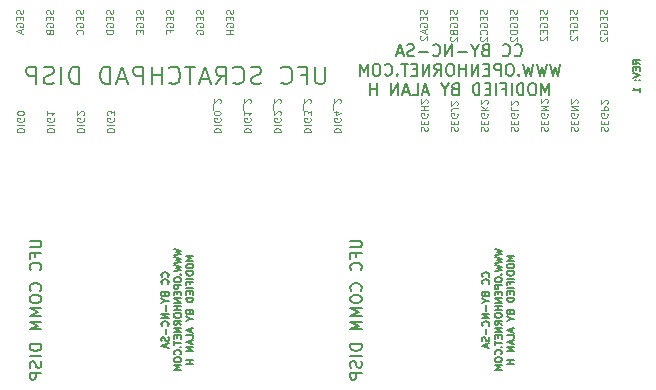
<source format=gbr>
G04 #@! TF.GenerationSoftware,KiCad,Pcbnew,(5.1.9)-1*
G04 #@! TF.CreationDate,2021-05-14T22:58:58-04:00*
G04 #@! TF.ProjectId,Scratch+Com Panelized,53637261-7463-4682-9b43-6f6d2050616e,rev?*
G04 #@! TF.SameCoordinates,Original*
G04 #@! TF.FileFunction,Legend,Bot*
G04 #@! TF.FilePolarity,Positive*
%FSLAX46Y46*%
G04 Gerber Fmt 4.6, Leading zero omitted, Abs format (unit mm)*
G04 Created by KiCad (PCBNEW (5.1.9)-1) date 2021-05-14 22:58:58*
%MOMM*%
%LPD*%
G01*
G04 APERTURE LIST*
%ADD10C,0.120000*%
%ADD11C,0.110000*%
%ADD12C,0.150000*%
%ADD13C,0.200000*%
G04 APERTURE END LIST*
D10*
X146531857Y-88096285D02*
X146560428Y-88182000D01*
X146560428Y-88324857D01*
X146531857Y-88382000D01*
X146503285Y-88410571D01*
X146446142Y-88439142D01*
X146389000Y-88439142D01*
X146331857Y-88410571D01*
X146303285Y-88382000D01*
X146274714Y-88324857D01*
X146246142Y-88210571D01*
X146217571Y-88153428D01*
X146189000Y-88124857D01*
X146131857Y-88096285D01*
X146074714Y-88096285D01*
X146017571Y-88124857D01*
X145989000Y-88153428D01*
X145960428Y-88210571D01*
X145960428Y-88353428D01*
X145989000Y-88439142D01*
X146246142Y-88696285D02*
X146246142Y-88896285D01*
X146560428Y-88982000D02*
X146560428Y-88696285D01*
X145960428Y-88696285D01*
X145960428Y-88982000D01*
X145989000Y-89553428D02*
X145960428Y-89496285D01*
X145960428Y-89410571D01*
X145989000Y-89324857D01*
X146046142Y-89267714D01*
X146103285Y-89239142D01*
X146217571Y-89210571D01*
X146303285Y-89210571D01*
X146417571Y-89239142D01*
X146474714Y-89267714D01*
X146531857Y-89324857D01*
X146560428Y-89410571D01*
X146560428Y-89467714D01*
X146531857Y-89553428D01*
X146503285Y-89582000D01*
X146303285Y-89582000D01*
X146303285Y-89467714D01*
X146503285Y-90182000D02*
X146531857Y-90153428D01*
X146560428Y-90067714D01*
X146560428Y-90010571D01*
X146531857Y-89924857D01*
X146474714Y-89867714D01*
X146417571Y-89839142D01*
X146303285Y-89810571D01*
X146217571Y-89810571D01*
X146103285Y-89839142D01*
X146046142Y-89867714D01*
X145989000Y-89924857D01*
X145960428Y-90010571D01*
X145960428Y-90067714D01*
X145989000Y-90153428D01*
X146017571Y-90182000D01*
X146017571Y-90410571D02*
X145989000Y-90439142D01*
X145960428Y-90496285D01*
X145960428Y-90639142D01*
X145989000Y-90696285D01*
X146017571Y-90724857D01*
X146074714Y-90753428D01*
X146131857Y-90753428D01*
X146217571Y-90724857D01*
X146560428Y-90382000D01*
X146560428Y-90753428D01*
X156691857Y-88096285D02*
X156720428Y-88182000D01*
X156720428Y-88324857D01*
X156691857Y-88382000D01*
X156663285Y-88410571D01*
X156606142Y-88439142D01*
X156549000Y-88439142D01*
X156491857Y-88410571D01*
X156463285Y-88382000D01*
X156434714Y-88324857D01*
X156406142Y-88210571D01*
X156377571Y-88153428D01*
X156349000Y-88124857D01*
X156291857Y-88096285D01*
X156234714Y-88096285D01*
X156177571Y-88124857D01*
X156149000Y-88153428D01*
X156120428Y-88210571D01*
X156120428Y-88353428D01*
X156149000Y-88439142D01*
X156406142Y-88696285D02*
X156406142Y-88896285D01*
X156720428Y-88982000D02*
X156720428Y-88696285D01*
X156120428Y-88696285D01*
X156120428Y-88982000D01*
X156149000Y-89553428D02*
X156120428Y-89496285D01*
X156120428Y-89410571D01*
X156149000Y-89324857D01*
X156206142Y-89267714D01*
X156263285Y-89239142D01*
X156377571Y-89210571D01*
X156463285Y-89210571D01*
X156577571Y-89239142D01*
X156634714Y-89267714D01*
X156691857Y-89324857D01*
X156720428Y-89410571D01*
X156720428Y-89467714D01*
X156691857Y-89553428D01*
X156663285Y-89582000D01*
X156463285Y-89582000D01*
X156463285Y-89467714D01*
X156149000Y-90153428D02*
X156120428Y-90096285D01*
X156120428Y-90010571D01*
X156149000Y-89924857D01*
X156206142Y-89867714D01*
X156263285Y-89839142D01*
X156377571Y-89810571D01*
X156463285Y-89810571D01*
X156577571Y-89839142D01*
X156634714Y-89867714D01*
X156691857Y-89924857D01*
X156720428Y-90010571D01*
X156720428Y-90067714D01*
X156691857Y-90153428D01*
X156663285Y-90182000D01*
X156463285Y-90182000D01*
X156463285Y-90067714D01*
X156177571Y-90410571D02*
X156149000Y-90439142D01*
X156120428Y-90496285D01*
X156120428Y-90639142D01*
X156149000Y-90696285D01*
X156177571Y-90724857D01*
X156234714Y-90753428D01*
X156291857Y-90753428D01*
X156377571Y-90724857D01*
X156720428Y-90382000D01*
X156720428Y-90753428D01*
X154151857Y-88096285D02*
X154180428Y-88182000D01*
X154180428Y-88324857D01*
X154151857Y-88382000D01*
X154123285Y-88410571D01*
X154066142Y-88439142D01*
X154009000Y-88439142D01*
X153951857Y-88410571D01*
X153923285Y-88382000D01*
X153894714Y-88324857D01*
X153866142Y-88210571D01*
X153837571Y-88153428D01*
X153809000Y-88124857D01*
X153751857Y-88096285D01*
X153694714Y-88096285D01*
X153637571Y-88124857D01*
X153609000Y-88153428D01*
X153580428Y-88210571D01*
X153580428Y-88353428D01*
X153609000Y-88439142D01*
X153866142Y-88696285D02*
X153866142Y-88896285D01*
X154180428Y-88982000D02*
X154180428Y-88696285D01*
X153580428Y-88696285D01*
X153580428Y-88982000D01*
X153609000Y-89553428D02*
X153580428Y-89496285D01*
X153580428Y-89410571D01*
X153609000Y-89324857D01*
X153666142Y-89267714D01*
X153723285Y-89239142D01*
X153837571Y-89210571D01*
X153923285Y-89210571D01*
X154037571Y-89239142D01*
X154094714Y-89267714D01*
X154151857Y-89324857D01*
X154180428Y-89410571D01*
X154180428Y-89467714D01*
X154151857Y-89553428D01*
X154123285Y-89582000D01*
X153923285Y-89582000D01*
X153923285Y-89467714D01*
X153866142Y-90039142D02*
X153866142Y-89839142D01*
X154180428Y-89839142D02*
X153580428Y-89839142D01*
X153580428Y-90124857D01*
X153637571Y-90324857D02*
X153609000Y-90353428D01*
X153580428Y-90410571D01*
X153580428Y-90553428D01*
X153609000Y-90610571D01*
X153637571Y-90639142D01*
X153694714Y-90667714D01*
X153751857Y-90667714D01*
X153837571Y-90639142D01*
X154180428Y-90296285D01*
X154180428Y-90667714D01*
X143991857Y-88096285D02*
X144020428Y-88182000D01*
X144020428Y-88324857D01*
X143991857Y-88382000D01*
X143963285Y-88410571D01*
X143906142Y-88439142D01*
X143849000Y-88439142D01*
X143791857Y-88410571D01*
X143763285Y-88382000D01*
X143734714Y-88324857D01*
X143706142Y-88210571D01*
X143677571Y-88153428D01*
X143649000Y-88124857D01*
X143591857Y-88096285D01*
X143534714Y-88096285D01*
X143477571Y-88124857D01*
X143449000Y-88153428D01*
X143420428Y-88210571D01*
X143420428Y-88353428D01*
X143449000Y-88439142D01*
X143706142Y-88696285D02*
X143706142Y-88896285D01*
X144020428Y-88982000D02*
X144020428Y-88696285D01*
X143420428Y-88696285D01*
X143420428Y-88982000D01*
X143449000Y-89553428D02*
X143420428Y-89496285D01*
X143420428Y-89410571D01*
X143449000Y-89324857D01*
X143506142Y-89267714D01*
X143563285Y-89239142D01*
X143677571Y-89210571D01*
X143763285Y-89210571D01*
X143877571Y-89239142D01*
X143934714Y-89267714D01*
X143991857Y-89324857D01*
X144020428Y-89410571D01*
X144020428Y-89467714D01*
X143991857Y-89553428D01*
X143963285Y-89582000D01*
X143763285Y-89582000D01*
X143763285Y-89467714D01*
X143706142Y-90039142D02*
X143734714Y-90124857D01*
X143763285Y-90153428D01*
X143820428Y-90182000D01*
X143906142Y-90182000D01*
X143963285Y-90153428D01*
X143991857Y-90124857D01*
X144020428Y-90067714D01*
X144020428Y-89839142D01*
X143420428Y-89839142D01*
X143420428Y-90039142D01*
X143449000Y-90096285D01*
X143477571Y-90124857D01*
X143534714Y-90153428D01*
X143591857Y-90153428D01*
X143649000Y-90124857D01*
X143677571Y-90096285D01*
X143706142Y-90039142D01*
X143706142Y-89839142D01*
X143477571Y-90410571D02*
X143449000Y-90439142D01*
X143420428Y-90496285D01*
X143420428Y-90639142D01*
X143449000Y-90696285D01*
X143477571Y-90724857D01*
X143534714Y-90753428D01*
X143591857Y-90753428D01*
X143677571Y-90724857D01*
X144020428Y-90382000D01*
X144020428Y-90753428D01*
X149071857Y-88096285D02*
X149100428Y-88182000D01*
X149100428Y-88324857D01*
X149071857Y-88382000D01*
X149043285Y-88410571D01*
X148986142Y-88439142D01*
X148929000Y-88439142D01*
X148871857Y-88410571D01*
X148843285Y-88382000D01*
X148814714Y-88324857D01*
X148786142Y-88210571D01*
X148757571Y-88153428D01*
X148729000Y-88124857D01*
X148671857Y-88096285D01*
X148614714Y-88096285D01*
X148557571Y-88124857D01*
X148529000Y-88153428D01*
X148500428Y-88210571D01*
X148500428Y-88353428D01*
X148529000Y-88439142D01*
X148786142Y-88696285D02*
X148786142Y-88896285D01*
X149100428Y-88982000D02*
X149100428Y-88696285D01*
X148500428Y-88696285D01*
X148500428Y-88982000D01*
X148529000Y-89553428D02*
X148500428Y-89496285D01*
X148500428Y-89410571D01*
X148529000Y-89324857D01*
X148586142Y-89267714D01*
X148643285Y-89239142D01*
X148757571Y-89210571D01*
X148843285Y-89210571D01*
X148957571Y-89239142D01*
X149014714Y-89267714D01*
X149071857Y-89324857D01*
X149100428Y-89410571D01*
X149100428Y-89467714D01*
X149071857Y-89553428D01*
X149043285Y-89582000D01*
X148843285Y-89582000D01*
X148843285Y-89467714D01*
X149100428Y-89839142D02*
X148500428Y-89839142D01*
X148500428Y-89982000D01*
X148529000Y-90067714D01*
X148586142Y-90124857D01*
X148643285Y-90153428D01*
X148757571Y-90182000D01*
X148843285Y-90182000D01*
X148957571Y-90153428D01*
X149014714Y-90124857D01*
X149071857Y-90067714D01*
X149100428Y-89982000D01*
X149100428Y-89839142D01*
X148557571Y-90410571D02*
X148529000Y-90439142D01*
X148500428Y-90496285D01*
X148500428Y-90639142D01*
X148529000Y-90696285D01*
X148557571Y-90724857D01*
X148614714Y-90753428D01*
X148671857Y-90753428D01*
X148757571Y-90724857D01*
X149100428Y-90382000D01*
X149100428Y-90753428D01*
X141451857Y-88096285D02*
X141480428Y-88182000D01*
X141480428Y-88324857D01*
X141451857Y-88382000D01*
X141423285Y-88410571D01*
X141366142Y-88439142D01*
X141309000Y-88439142D01*
X141251857Y-88410571D01*
X141223285Y-88382000D01*
X141194714Y-88324857D01*
X141166142Y-88210571D01*
X141137571Y-88153428D01*
X141109000Y-88124857D01*
X141051857Y-88096285D01*
X140994714Y-88096285D01*
X140937571Y-88124857D01*
X140909000Y-88153428D01*
X140880428Y-88210571D01*
X140880428Y-88353428D01*
X140909000Y-88439142D01*
X141166142Y-88696285D02*
X141166142Y-88896285D01*
X141480428Y-88982000D02*
X141480428Y-88696285D01*
X140880428Y-88696285D01*
X140880428Y-88982000D01*
X140909000Y-89553428D02*
X140880428Y-89496285D01*
X140880428Y-89410571D01*
X140909000Y-89324857D01*
X140966142Y-89267714D01*
X141023285Y-89239142D01*
X141137571Y-89210571D01*
X141223285Y-89210571D01*
X141337571Y-89239142D01*
X141394714Y-89267714D01*
X141451857Y-89324857D01*
X141480428Y-89410571D01*
X141480428Y-89467714D01*
X141451857Y-89553428D01*
X141423285Y-89582000D01*
X141223285Y-89582000D01*
X141223285Y-89467714D01*
X141309000Y-89810571D02*
X141309000Y-90096285D01*
X141480428Y-89753428D02*
X140880428Y-89953428D01*
X141480428Y-90153428D01*
X140937571Y-90324857D02*
X140909000Y-90353428D01*
X140880428Y-90410571D01*
X140880428Y-90553428D01*
X140909000Y-90610571D01*
X140937571Y-90639142D01*
X140994714Y-90667714D01*
X141051857Y-90667714D01*
X141137571Y-90639142D01*
X141480428Y-90296285D01*
X141480428Y-90667714D01*
X151611857Y-88096285D02*
X151640428Y-88182000D01*
X151640428Y-88324857D01*
X151611857Y-88382000D01*
X151583285Y-88410571D01*
X151526142Y-88439142D01*
X151469000Y-88439142D01*
X151411857Y-88410571D01*
X151383285Y-88382000D01*
X151354714Y-88324857D01*
X151326142Y-88210571D01*
X151297571Y-88153428D01*
X151269000Y-88124857D01*
X151211857Y-88096285D01*
X151154714Y-88096285D01*
X151097571Y-88124857D01*
X151069000Y-88153428D01*
X151040428Y-88210571D01*
X151040428Y-88353428D01*
X151069000Y-88439142D01*
X151326142Y-88696285D02*
X151326142Y-88896285D01*
X151640428Y-88982000D02*
X151640428Y-88696285D01*
X151040428Y-88696285D01*
X151040428Y-88982000D01*
X151069000Y-89553428D02*
X151040428Y-89496285D01*
X151040428Y-89410571D01*
X151069000Y-89324857D01*
X151126142Y-89267714D01*
X151183285Y-89239142D01*
X151297571Y-89210571D01*
X151383285Y-89210571D01*
X151497571Y-89239142D01*
X151554714Y-89267714D01*
X151611857Y-89324857D01*
X151640428Y-89410571D01*
X151640428Y-89467714D01*
X151611857Y-89553428D01*
X151583285Y-89582000D01*
X151383285Y-89582000D01*
X151383285Y-89467714D01*
X151326142Y-89839142D02*
X151326142Y-90039142D01*
X151640428Y-90124857D02*
X151640428Y-89839142D01*
X151040428Y-89839142D01*
X151040428Y-90124857D01*
X151097571Y-90353428D02*
X151069000Y-90382000D01*
X151040428Y-90439142D01*
X151040428Y-90582000D01*
X151069000Y-90639142D01*
X151097571Y-90667714D01*
X151154714Y-90696285D01*
X151211857Y-90696285D01*
X151297571Y-90667714D01*
X151640428Y-90324857D01*
X151640428Y-90696285D01*
X156206142Y-98379714D02*
X156177571Y-98294000D01*
X156177571Y-98151142D01*
X156206142Y-98094000D01*
X156234714Y-98065428D01*
X156291857Y-98036857D01*
X156349000Y-98036857D01*
X156406142Y-98065428D01*
X156434714Y-98094000D01*
X156463285Y-98151142D01*
X156491857Y-98265428D01*
X156520428Y-98322571D01*
X156549000Y-98351142D01*
X156606142Y-98379714D01*
X156663285Y-98379714D01*
X156720428Y-98351142D01*
X156749000Y-98322571D01*
X156777571Y-98265428D01*
X156777571Y-98122571D01*
X156749000Y-98036857D01*
X156491857Y-97779714D02*
X156491857Y-97579714D01*
X156177571Y-97494000D02*
X156177571Y-97779714D01*
X156777571Y-97779714D01*
X156777571Y-97494000D01*
X156749000Y-96922571D02*
X156777571Y-96979714D01*
X156777571Y-97065428D01*
X156749000Y-97151142D01*
X156691857Y-97208285D01*
X156634714Y-97236857D01*
X156520428Y-97265428D01*
X156434714Y-97265428D01*
X156320428Y-97236857D01*
X156263285Y-97208285D01*
X156206142Y-97151142D01*
X156177571Y-97065428D01*
X156177571Y-97008285D01*
X156206142Y-96922571D01*
X156234714Y-96894000D01*
X156434714Y-96894000D01*
X156434714Y-97008285D01*
X156177571Y-96636857D02*
X156777571Y-96636857D01*
X156777571Y-96408285D01*
X156749000Y-96351142D01*
X156720428Y-96322571D01*
X156663285Y-96294000D01*
X156577571Y-96294000D01*
X156520428Y-96322571D01*
X156491857Y-96351142D01*
X156463285Y-96408285D01*
X156463285Y-96636857D01*
X156720428Y-96065428D02*
X156749000Y-96036857D01*
X156777571Y-95979714D01*
X156777571Y-95836857D01*
X156749000Y-95779714D01*
X156720428Y-95751142D01*
X156663285Y-95722571D01*
X156606142Y-95722571D01*
X156520428Y-95751142D01*
X156177571Y-96094000D01*
X156177571Y-95722571D01*
X153666142Y-98379714D02*
X153637571Y-98294000D01*
X153637571Y-98151142D01*
X153666142Y-98094000D01*
X153694714Y-98065428D01*
X153751857Y-98036857D01*
X153809000Y-98036857D01*
X153866142Y-98065428D01*
X153894714Y-98094000D01*
X153923285Y-98151142D01*
X153951857Y-98265428D01*
X153980428Y-98322571D01*
X154009000Y-98351142D01*
X154066142Y-98379714D01*
X154123285Y-98379714D01*
X154180428Y-98351142D01*
X154209000Y-98322571D01*
X154237571Y-98265428D01*
X154237571Y-98122571D01*
X154209000Y-98036857D01*
X153951857Y-97779714D02*
X153951857Y-97579714D01*
X153637571Y-97494000D02*
X153637571Y-97779714D01*
X154237571Y-97779714D01*
X154237571Y-97494000D01*
X154209000Y-96922571D02*
X154237571Y-96979714D01*
X154237571Y-97065428D01*
X154209000Y-97151142D01*
X154151857Y-97208285D01*
X154094714Y-97236857D01*
X153980428Y-97265428D01*
X153894714Y-97265428D01*
X153780428Y-97236857D01*
X153723285Y-97208285D01*
X153666142Y-97151142D01*
X153637571Y-97065428D01*
X153637571Y-97008285D01*
X153666142Y-96922571D01*
X153694714Y-96894000D01*
X153894714Y-96894000D01*
X153894714Y-97008285D01*
X153637571Y-96636857D02*
X154237571Y-96636857D01*
X153637571Y-96294000D01*
X154237571Y-96294000D01*
X154180428Y-96036857D02*
X154209000Y-96008285D01*
X154237571Y-95951142D01*
X154237571Y-95808285D01*
X154209000Y-95751142D01*
X154180428Y-95722571D01*
X154123285Y-95694000D01*
X154066142Y-95694000D01*
X153980428Y-95722571D01*
X153637571Y-96065428D01*
X153637571Y-95694000D01*
X151126142Y-98379714D02*
X151097571Y-98294000D01*
X151097571Y-98151142D01*
X151126142Y-98094000D01*
X151154714Y-98065428D01*
X151211857Y-98036857D01*
X151269000Y-98036857D01*
X151326142Y-98065428D01*
X151354714Y-98094000D01*
X151383285Y-98151142D01*
X151411857Y-98265428D01*
X151440428Y-98322571D01*
X151469000Y-98351142D01*
X151526142Y-98379714D01*
X151583285Y-98379714D01*
X151640428Y-98351142D01*
X151669000Y-98322571D01*
X151697571Y-98265428D01*
X151697571Y-98122571D01*
X151669000Y-98036857D01*
X151411857Y-97779714D02*
X151411857Y-97579714D01*
X151097571Y-97494000D02*
X151097571Y-97779714D01*
X151697571Y-97779714D01*
X151697571Y-97494000D01*
X151669000Y-96922571D02*
X151697571Y-96979714D01*
X151697571Y-97065428D01*
X151669000Y-97151142D01*
X151611857Y-97208285D01*
X151554714Y-97236857D01*
X151440428Y-97265428D01*
X151354714Y-97265428D01*
X151240428Y-97236857D01*
X151183285Y-97208285D01*
X151126142Y-97151142D01*
X151097571Y-97065428D01*
X151097571Y-97008285D01*
X151126142Y-96922571D01*
X151154714Y-96894000D01*
X151354714Y-96894000D01*
X151354714Y-97008285D01*
X151097571Y-96636857D02*
X151697571Y-96636857D01*
X151269000Y-96436857D01*
X151697571Y-96236857D01*
X151097571Y-96236857D01*
X151640428Y-95979714D02*
X151669000Y-95951142D01*
X151697571Y-95894000D01*
X151697571Y-95751142D01*
X151669000Y-95694000D01*
X151640428Y-95665428D01*
X151583285Y-95636857D01*
X151526142Y-95636857D01*
X151440428Y-95665428D01*
X151097571Y-96008285D01*
X151097571Y-95636857D01*
X148586142Y-98379714D02*
X148557571Y-98294000D01*
X148557571Y-98151142D01*
X148586142Y-98094000D01*
X148614714Y-98065428D01*
X148671857Y-98036857D01*
X148729000Y-98036857D01*
X148786142Y-98065428D01*
X148814714Y-98094000D01*
X148843285Y-98151142D01*
X148871857Y-98265428D01*
X148900428Y-98322571D01*
X148929000Y-98351142D01*
X148986142Y-98379714D01*
X149043285Y-98379714D01*
X149100428Y-98351142D01*
X149129000Y-98322571D01*
X149157571Y-98265428D01*
X149157571Y-98122571D01*
X149129000Y-98036857D01*
X148871857Y-97779714D02*
X148871857Y-97579714D01*
X148557571Y-97494000D02*
X148557571Y-97779714D01*
X149157571Y-97779714D01*
X149157571Y-97494000D01*
X149129000Y-96922571D02*
X149157571Y-96979714D01*
X149157571Y-97065428D01*
X149129000Y-97151142D01*
X149071857Y-97208285D01*
X149014714Y-97236857D01*
X148900428Y-97265428D01*
X148814714Y-97265428D01*
X148700428Y-97236857D01*
X148643285Y-97208285D01*
X148586142Y-97151142D01*
X148557571Y-97065428D01*
X148557571Y-97008285D01*
X148586142Y-96922571D01*
X148614714Y-96894000D01*
X148814714Y-96894000D01*
X148814714Y-97008285D01*
X148557571Y-96351142D02*
X148557571Y-96636857D01*
X149157571Y-96636857D01*
X149100428Y-96179714D02*
X149129000Y-96151142D01*
X149157571Y-96094000D01*
X149157571Y-95951142D01*
X149129000Y-95894000D01*
X149100428Y-95865428D01*
X149043285Y-95836857D01*
X148986142Y-95836857D01*
X148900428Y-95865428D01*
X148557571Y-96208285D01*
X148557571Y-95836857D01*
X146046142Y-98379714D02*
X146017571Y-98294000D01*
X146017571Y-98151142D01*
X146046142Y-98094000D01*
X146074714Y-98065428D01*
X146131857Y-98036857D01*
X146189000Y-98036857D01*
X146246142Y-98065428D01*
X146274714Y-98094000D01*
X146303285Y-98151142D01*
X146331857Y-98265428D01*
X146360428Y-98322571D01*
X146389000Y-98351142D01*
X146446142Y-98379714D01*
X146503285Y-98379714D01*
X146560428Y-98351142D01*
X146589000Y-98322571D01*
X146617571Y-98265428D01*
X146617571Y-98122571D01*
X146589000Y-98036857D01*
X146331857Y-97779714D02*
X146331857Y-97579714D01*
X146017571Y-97494000D02*
X146017571Y-97779714D01*
X146617571Y-97779714D01*
X146617571Y-97494000D01*
X146589000Y-96922571D02*
X146617571Y-96979714D01*
X146617571Y-97065428D01*
X146589000Y-97151142D01*
X146531857Y-97208285D01*
X146474714Y-97236857D01*
X146360428Y-97265428D01*
X146274714Y-97265428D01*
X146160428Y-97236857D01*
X146103285Y-97208285D01*
X146046142Y-97151142D01*
X146017571Y-97065428D01*
X146017571Y-97008285D01*
X146046142Y-96922571D01*
X146074714Y-96894000D01*
X146274714Y-96894000D01*
X146274714Y-97008285D01*
X146017571Y-96636857D02*
X146617571Y-96636857D01*
X146017571Y-96294000D02*
X146360428Y-96551142D01*
X146617571Y-96294000D02*
X146274714Y-96636857D01*
X146560428Y-96065428D02*
X146589000Y-96036857D01*
X146617571Y-95979714D01*
X146617571Y-95836857D01*
X146589000Y-95779714D01*
X146560428Y-95751142D01*
X146503285Y-95722571D01*
X146446142Y-95722571D01*
X146360428Y-95751142D01*
X146017571Y-96094000D01*
X146017571Y-95722571D01*
X143506142Y-98379714D02*
X143477571Y-98294000D01*
X143477571Y-98151142D01*
X143506142Y-98094000D01*
X143534714Y-98065428D01*
X143591857Y-98036857D01*
X143649000Y-98036857D01*
X143706142Y-98065428D01*
X143734714Y-98094000D01*
X143763285Y-98151142D01*
X143791857Y-98265428D01*
X143820428Y-98322571D01*
X143849000Y-98351142D01*
X143906142Y-98379714D01*
X143963285Y-98379714D01*
X144020428Y-98351142D01*
X144049000Y-98322571D01*
X144077571Y-98265428D01*
X144077571Y-98122571D01*
X144049000Y-98036857D01*
X143791857Y-97779714D02*
X143791857Y-97579714D01*
X143477571Y-97494000D02*
X143477571Y-97779714D01*
X144077571Y-97779714D01*
X144077571Y-97494000D01*
X144049000Y-96922571D02*
X144077571Y-96979714D01*
X144077571Y-97065428D01*
X144049000Y-97151142D01*
X143991857Y-97208285D01*
X143934714Y-97236857D01*
X143820428Y-97265428D01*
X143734714Y-97265428D01*
X143620428Y-97236857D01*
X143563285Y-97208285D01*
X143506142Y-97151142D01*
X143477571Y-97065428D01*
X143477571Y-97008285D01*
X143506142Y-96922571D01*
X143534714Y-96894000D01*
X143734714Y-96894000D01*
X143734714Y-97008285D01*
X144077571Y-96465428D02*
X143649000Y-96465428D01*
X143563285Y-96494000D01*
X143506142Y-96551142D01*
X143477571Y-96636857D01*
X143477571Y-96694000D01*
X144020428Y-96208285D02*
X144049000Y-96179714D01*
X144077571Y-96122571D01*
X144077571Y-95979714D01*
X144049000Y-95922571D01*
X144020428Y-95894000D01*
X143963285Y-95865428D01*
X143906142Y-95865428D01*
X143820428Y-95894000D01*
X143477571Y-96236857D01*
X143477571Y-95865428D01*
X140966142Y-98379714D02*
X140937571Y-98294000D01*
X140937571Y-98151142D01*
X140966142Y-98094000D01*
X140994714Y-98065428D01*
X141051857Y-98036857D01*
X141109000Y-98036857D01*
X141166142Y-98065428D01*
X141194714Y-98094000D01*
X141223285Y-98151142D01*
X141251857Y-98265428D01*
X141280428Y-98322571D01*
X141309000Y-98351142D01*
X141366142Y-98379714D01*
X141423285Y-98379714D01*
X141480428Y-98351142D01*
X141509000Y-98322571D01*
X141537571Y-98265428D01*
X141537571Y-98122571D01*
X141509000Y-98036857D01*
X141251857Y-97779714D02*
X141251857Y-97579714D01*
X140937571Y-97494000D02*
X140937571Y-97779714D01*
X141537571Y-97779714D01*
X141537571Y-97494000D01*
X141509000Y-96922571D02*
X141537571Y-96979714D01*
X141537571Y-97065428D01*
X141509000Y-97151142D01*
X141451857Y-97208285D01*
X141394714Y-97236857D01*
X141280428Y-97265428D01*
X141194714Y-97265428D01*
X141080428Y-97236857D01*
X141023285Y-97208285D01*
X140966142Y-97151142D01*
X140937571Y-97065428D01*
X140937571Y-97008285D01*
X140966142Y-96922571D01*
X140994714Y-96894000D01*
X141194714Y-96894000D01*
X141194714Y-97008285D01*
X140937571Y-96636857D02*
X141537571Y-96636857D01*
X141251857Y-96636857D02*
X141251857Y-96294000D01*
X140937571Y-96294000D02*
X141537571Y-96294000D01*
X141480428Y-96036857D02*
X141509000Y-96008285D01*
X141537571Y-95951142D01*
X141537571Y-95808285D01*
X141509000Y-95751142D01*
X141480428Y-95722571D01*
X141423285Y-95694000D01*
X141366142Y-95694000D01*
X141280428Y-95722571D01*
X140937571Y-96065428D01*
X140937571Y-95694000D01*
D11*
X133571571Y-98484642D02*
X134171571Y-98484642D01*
X134171571Y-98341785D01*
X134143000Y-98256071D01*
X134085857Y-98198928D01*
X134028714Y-98170357D01*
X133914428Y-98141785D01*
X133828714Y-98141785D01*
X133714428Y-98170357D01*
X133657285Y-98198928D01*
X133600142Y-98256071D01*
X133571571Y-98341785D01*
X133571571Y-98484642D01*
X133571571Y-97884642D02*
X134171571Y-97884642D01*
X134143000Y-97284642D02*
X134171571Y-97341785D01*
X134171571Y-97427500D01*
X134143000Y-97513214D01*
X134085857Y-97570357D01*
X134028714Y-97598928D01*
X133914428Y-97627500D01*
X133828714Y-97627500D01*
X133714428Y-97598928D01*
X133657285Y-97570357D01*
X133600142Y-97513214D01*
X133571571Y-97427500D01*
X133571571Y-97370357D01*
X133600142Y-97284642D01*
X133628714Y-97256071D01*
X133828714Y-97256071D01*
X133828714Y-97370357D01*
X133971571Y-96741785D02*
X133571571Y-96741785D01*
X134200142Y-96884642D02*
X133771571Y-97027500D01*
X133771571Y-96656071D01*
X133514428Y-96570357D02*
X133514428Y-96113214D01*
X134114428Y-95998928D02*
X134143000Y-95970357D01*
X134171571Y-95913214D01*
X134171571Y-95770357D01*
X134143000Y-95713214D01*
X134114428Y-95684642D01*
X134057285Y-95656071D01*
X134000142Y-95656071D01*
X133914428Y-95684642D01*
X133571571Y-96027500D01*
X133571571Y-95656071D01*
X131031571Y-98484642D02*
X131631571Y-98484642D01*
X131631571Y-98341785D01*
X131603000Y-98256071D01*
X131545857Y-98198928D01*
X131488714Y-98170357D01*
X131374428Y-98141785D01*
X131288714Y-98141785D01*
X131174428Y-98170357D01*
X131117285Y-98198928D01*
X131060142Y-98256071D01*
X131031571Y-98341785D01*
X131031571Y-98484642D01*
X131031571Y-97884642D02*
X131631571Y-97884642D01*
X131603000Y-97284642D02*
X131631571Y-97341785D01*
X131631571Y-97427500D01*
X131603000Y-97513214D01*
X131545857Y-97570357D01*
X131488714Y-97598928D01*
X131374428Y-97627500D01*
X131288714Y-97627500D01*
X131174428Y-97598928D01*
X131117285Y-97570357D01*
X131060142Y-97513214D01*
X131031571Y-97427500D01*
X131031571Y-97370357D01*
X131060142Y-97284642D01*
X131088714Y-97256071D01*
X131288714Y-97256071D01*
X131288714Y-97370357D01*
X131631571Y-97056071D02*
X131631571Y-96684642D01*
X131403000Y-96884642D01*
X131403000Y-96798928D01*
X131374428Y-96741785D01*
X131345857Y-96713214D01*
X131288714Y-96684642D01*
X131145857Y-96684642D01*
X131088714Y-96713214D01*
X131060142Y-96741785D01*
X131031571Y-96798928D01*
X131031571Y-96970357D01*
X131060142Y-97027500D01*
X131088714Y-97056071D01*
X130974428Y-96570357D02*
X130974428Y-96113214D01*
X131574428Y-95998928D02*
X131603000Y-95970357D01*
X131631571Y-95913214D01*
X131631571Y-95770357D01*
X131603000Y-95713214D01*
X131574428Y-95684642D01*
X131517285Y-95656071D01*
X131460142Y-95656071D01*
X131374428Y-95684642D01*
X131031571Y-96027500D01*
X131031571Y-95656071D01*
X128491571Y-98484642D02*
X129091571Y-98484642D01*
X129091571Y-98341785D01*
X129063000Y-98256071D01*
X129005857Y-98198928D01*
X128948714Y-98170357D01*
X128834428Y-98141785D01*
X128748714Y-98141785D01*
X128634428Y-98170357D01*
X128577285Y-98198928D01*
X128520142Y-98256071D01*
X128491571Y-98341785D01*
X128491571Y-98484642D01*
X128491571Y-97884642D02*
X129091571Y-97884642D01*
X129063000Y-97284642D02*
X129091571Y-97341785D01*
X129091571Y-97427500D01*
X129063000Y-97513214D01*
X129005857Y-97570357D01*
X128948714Y-97598928D01*
X128834428Y-97627500D01*
X128748714Y-97627500D01*
X128634428Y-97598928D01*
X128577285Y-97570357D01*
X128520142Y-97513214D01*
X128491571Y-97427500D01*
X128491571Y-97370357D01*
X128520142Y-97284642D01*
X128548714Y-97256071D01*
X128748714Y-97256071D01*
X128748714Y-97370357D01*
X129034428Y-97027500D02*
X129063000Y-96998928D01*
X129091571Y-96941785D01*
X129091571Y-96798928D01*
X129063000Y-96741785D01*
X129034428Y-96713214D01*
X128977285Y-96684642D01*
X128920142Y-96684642D01*
X128834428Y-96713214D01*
X128491571Y-97056071D01*
X128491571Y-96684642D01*
X128434428Y-96570357D02*
X128434428Y-96113214D01*
X129034428Y-95998928D02*
X129063000Y-95970357D01*
X129091571Y-95913214D01*
X129091571Y-95770357D01*
X129063000Y-95713214D01*
X129034428Y-95684642D01*
X128977285Y-95656071D01*
X128920142Y-95656071D01*
X128834428Y-95684642D01*
X128491571Y-96027500D01*
X128491571Y-95656071D01*
X125951571Y-98484642D02*
X126551571Y-98484642D01*
X126551571Y-98341785D01*
X126523000Y-98256071D01*
X126465857Y-98198928D01*
X126408714Y-98170357D01*
X126294428Y-98141785D01*
X126208714Y-98141785D01*
X126094428Y-98170357D01*
X126037285Y-98198928D01*
X125980142Y-98256071D01*
X125951571Y-98341785D01*
X125951571Y-98484642D01*
X125951571Y-97884642D02*
X126551571Y-97884642D01*
X126523000Y-97284642D02*
X126551571Y-97341785D01*
X126551571Y-97427500D01*
X126523000Y-97513214D01*
X126465857Y-97570357D01*
X126408714Y-97598928D01*
X126294428Y-97627500D01*
X126208714Y-97627500D01*
X126094428Y-97598928D01*
X126037285Y-97570357D01*
X125980142Y-97513214D01*
X125951571Y-97427500D01*
X125951571Y-97370357D01*
X125980142Y-97284642D01*
X126008714Y-97256071D01*
X126208714Y-97256071D01*
X126208714Y-97370357D01*
X125951571Y-96684642D02*
X125951571Y-97027500D01*
X125951571Y-96856071D02*
X126551571Y-96856071D01*
X126465857Y-96913214D01*
X126408714Y-96970357D01*
X126380142Y-97027500D01*
X125894428Y-96570357D02*
X125894428Y-96113214D01*
X126494428Y-95998928D02*
X126523000Y-95970357D01*
X126551571Y-95913214D01*
X126551571Y-95770357D01*
X126523000Y-95713214D01*
X126494428Y-95684642D01*
X126437285Y-95656071D01*
X126380142Y-95656071D01*
X126294428Y-95684642D01*
X125951571Y-96027500D01*
X125951571Y-95656071D01*
X123411571Y-98484642D02*
X124011571Y-98484642D01*
X124011571Y-98341785D01*
X123983000Y-98256071D01*
X123925857Y-98198928D01*
X123868714Y-98170357D01*
X123754428Y-98141785D01*
X123668714Y-98141785D01*
X123554428Y-98170357D01*
X123497285Y-98198928D01*
X123440142Y-98256071D01*
X123411571Y-98341785D01*
X123411571Y-98484642D01*
X123411571Y-97884642D02*
X124011571Y-97884642D01*
X123983000Y-97284642D02*
X124011571Y-97341785D01*
X124011571Y-97427500D01*
X123983000Y-97513214D01*
X123925857Y-97570357D01*
X123868714Y-97598928D01*
X123754428Y-97627500D01*
X123668714Y-97627500D01*
X123554428Y-97598928D01*
X123497285Y-97570357D01*
X123440142Y-97513214D01*
X123411571Y-97427500D01*
X123411571Y-97370357D01*
X123440142Y-97284642D01*
X123468714Y-97256071D01*
X123668714Y-97256071D01*
X123668714Y-97370357D01*
X124011571Y-96884642D02*
X124011571Y-96827500D01*
X123983000Y-96770357D01*
X123954428Y-96741785D01*
X123897285Y-96713214D01*
X123783000Y-96684642D01*
X123640142Y-96684642D01*
X123525857Y-96713214D01*
X123468714Y-96741785D01*
X123440142Y-96770357D01*
X123411571Y-96827500D01*
X123411571Y-96884642D01*
X123440142Y-96941785D01*
X123468714Y-96970357D01*
X123525857Y-96998928D01*
X123640142Y-97027500D01*
X123783000Y-97027500D01*
X123897285Y-96998928D01*
X123954428Y-96970357D01*
X123983000Y-96941785D01*
X124011571Y-96884642D01*
X123354428Y-96570357D02*
X123354428Y-96113214D01*
X123954428Y-95998928D02*
X123983000Y-95970357D01*
X124011571Y-95913214D01*
X124011571Y-95770357D01*
X123983000Y-95713214D01*
X123954428Y-95684642D01*
X123897285Y-95656071D01*
X123840142Y-95656071D01*
X123754428Y-95684642D01*
X123411571Y-96027500D01*
X123411571Y-95656071D01*
D10*
X122528857Y-88096285D02*
X122557428Y-88182000D01*
X122557428Y-88324857D01*
X122528857Y-88382000D01*
X122500285Y-88410571D01*
X122443142Y-88439142D01*
X122386000Y-88439142D01*
X122328857Y-88410571D01*
X122300285Y-88382000D01*
X122271714Y-88324857D01*
X122243142Y-88210571D01*
X122214571Y-88153428D01*
X122186000Y-88124857D01*
X122128857Y-88096285D01*
X122071714Y-88096285D01*
X122014571Y-88124857D01*
X121986000Y-88153428D01*
X121957428Y-88210571D01*
X121957428Y-88353428D01*
X121986000Y-88439142D01*
X122243142Y-88696285D02*
X122243142Y-88896285D01*
X122557428Y-88982000D02*
X122557428Y-88696285D01*
X121957428Y-88696285D01*
X121957428Y-88982000D01*
X121986000Y-89553428D02*
X121957428Y-89496285D01*
X121957428Y-89410571D01*
X121986000Y-89324857D01*
X122043142Y-89267714D01*
X122100285Y-89239142D01*
X122214571Y-89210571D01*
X122300285Y-89210571D01*
X122414571Y-89239142D01*
X122471714Y-89267714D01*
X122528857Y-89324857D01*
X122557428Y-89410571D01*
X122557428Y-89467714D01*
X122528857Y-89553428D01*
X122500285Y-89582000D01*
X122300285Y-89582000D01*
X122300285Y-89467714D01*
X121986000Y-90153428D02*
X121957428Y-90096285D01*
X121957428Y-90010571D01*
X121986000Y-89924857D01*
X122043142Y-89867714D01*
X122100285Y-89839142D01*
X122214571Y-89810571D01*
X122300285Y-89810571D01*
X122414571Y-89839142D01*
X122471714Y-89867714D01*
X122528857Y-89924857D01*
X122557428Y-90010571D01*
X122557428Y-90067714D01*
X122528857Y-90153428D01*
X122500285Y-90182000D01*
X122300285Y-90182000D01*
X122300285Y-90067714D01*
X125068857Y-88096285D02*
X125097428Y-88182000D01*
X125097428Y-88324857D01*
X125068857Y-88382000D01*
X125040285Y-88410571D01*
X124983142Y-88439142D01*
X124926000Y-88439142D01*
X124868857Y-88410571D01*
X124840285Y-88382000D01*
X124811714Y-88324857D01*
X124783142Y-88210571D01*
X124754571Y-88153428D01*
X124726000Y-88124857D01*
X124668857Y-88096285D01*
X124611714Y-88096285D01*
X124554571Y-88124857D01*
X124526000Y-88153428D01*
X124497428Y-88210571D01*
X124497428Y-88353428D01*
X124526000Y-88439142D01*
X124783142Y-88696285D02*
X124783142Y-88896285D01*
X125097428Y-88982000D02*
X125097428Y-88696285D01*
X124497428Y-88696285D01*
X124497428Y-88982000D01*
X124526000Y-89553428D02*
X124497428Y-89496285D01*
X124497428Y-89410571D01*
X124526000Y-89324857D01*
X124583142Y-89267714D01*
X124640285Y-89239142D01*
X124754571Y-89210571D01*
X124840285Y-89210571D01*
X124954571Y-89239142D01*
X125011714Y-89267714D01*
X125068857Y-89324857D01*
X125097428Y-89410571D01*
X125097428Y-89467714D01*
X125068857Y-89553428D01*
X125040285Y-89582000D01*
X124840285Y-89582000D01*
X124840285Y-89467714D01*
X125097428Y-89839142D02*
X124497428Y-89839142D01*
X124783142Y-89839142D02*
X124783142Y-90182000D01*
X125097428Y-90182000D02*
X124497428Y-90182000D01*
X119988857Y-88096285D02*
X120017428Y-88182000D01*
X120017428Y-88324857D01*
X119988857Y-88382000D01*
X119960285Y-88410571D01*
X119903142Y-88439142D01*
X119846000Y-88439142D01*
X119788857Y-88410571D01*
X119760285Y-88382000D01*
X119731714Y-88324857D01*
X119703142Y-88210571D01*
X119674571Y-88153428D01*
X119646000Y-88124857D01*
X119588857Y-88096285D01*
X119531714Y-88096285D01*
X119474571Y-88124857D01*
X119446000Y-88153428D01*
X119417428Y-88210571D01*
X119417428Y-88353428D01*
X119446000Y-88439142D01*
X119703142Y-88696285D02*
X119703142Y-88896285D01*
X120017428Y-88982000D02*
X120017428Y-88696285D01*
X119417428Y-88696285D01*
X119417428Y-88982000D01*
X119446000Y-89553428D02*
X119417428Y-89496285D01*
X119417428Y-89410571D01*
X119446000Y-89324857D01*
X119503142Y-89267714D01*
X119560285Y-89239142D01*
X119674571Y-89210571D01*
X119760285Y-89210571D01*
X119874571Y-89239142D01*
X119931714Y-89267714D01*
X119988857Y-89324857D01*
X120017428Y-89410571D01*
X120017428Y-89467714D01*
X119988857Y-89553428D01*
X119960285Y-89582000D01*
X119760285Y-89582000D01*
X119760285Y-89467714D01*
X119703142Y-90039142D02*
X119703142Y-89839142D01*
X120017428Y-89839142D02*
X119417428Y-89839142D01*
X119417428Y-90124857D01*
X117448857Y-88096285D02*
X117477428Y-88182000D01*
X117477428Y-88324857D01*
X117448857Y-88382000D01*
X117420285Y-88410571D01*
X117363142Y-88439142D01*
X117306000Y-88439142D01*
X117248857Y-88410571D01*
X117220285Y-88382000D01*
X117191714Y-88324857D01*
X117163142Y-88210571D01*
X117134571Y-88153428D01*
X117106000Y-88124857D01*
X117048857Y-88096285D01*
X116991714Y-88096285D01*
X116934571Y-88124857D01*
X116906000Y-88153428D01*
X116877428Y-88210571D01*
X116877428Y-88353428D01*
X116906000Y-88439142D01*
X117163142Y-88696285D02*
X117163142Y-88896285D01*
X117477428Y-88982000D02*
X117477428Y-88696285D01*
X116877428Y-88696285D01*
X116877428Y-88982000D01*
X116906000Y-89553428D02*
X116877428Y-89496285D01*
X116877428Y-89410571D01*
X116906000Y-89324857D01*
X116963142Y-89267714D01*
X117020285Y-89239142D01*
X117134571Y-89210571D01*
X117220285Y-89210571D01*
X117334571Y-89239142D01*
X117391714Y-89267714D01*
X117448857Y-89324857D01*
X117477428Y-89410571D01*
X117477428Y-89467714D01*
X117448857Y-89553428D01*
X117420285Y-89582000D01*
X117220285Y-89582000D01*
X117220285Y-89467714D01*
X117163142Y-89839142D02*
X117163142Y-90039142D01*
X117477428Y-90124857D02*
X117477428Y-89839142D01*
X116877428Y-89839142D01*
X116877428Y-90124857D01*
X114908857Y-88096285D02*
X114937428Y-88182000D01*
X114937428Y-88324857D01*
X114908857Y-88382000D01*
X114880285Y-88410571D01*
X114823142Y-88439142D01*
X114766000Y-88439142D01*
X114708857Y-88410571D01*
X114680285Y-88382000D01*
X114651714Y-88324857D01*
X114623142Y-88210571D01*
X114594571Y-88153428D01*
X114566000Y-88124857D01*
X114508857Y-88096285D01*
X114451714Y-88096285D01*
X114394571Y-88124857D01*
X114366000Y-88153428D01*
X114337428Y-88210571D01*
X114337428Y-88353428D01*
X114366000Y-88439142D01*
X114623142Y-88696285D02*
X114623142Y-88896285D01*
X114937428Y-88982000D02*
X114937428Y-88696285D01*
X114337428Y-88696285D01*
X114337428Y-88982000D01*
X114366000Y-89553428D02*
X114337428Y-89496285D01*
X114337428Y-89410571D01*
X114366000Y-89324857D01*
X114423142Y-89267714D01*
X114480285Y-89239142D01*
X114594571Y-89210571D01*
X114680285Y-89210571D01*
X114794571Y-89239142D01*
X114851714Y-89267714D01*
X114908857Y-89324857D01*
X114937428Y-89410571D01*
X114937428Y-89467714D01*
X114908857Y-89553428D01*
X114880285Y-89582000D01*
X114680285Y-89582000D01*
X114680285Y-89467714D01*
X114937428Y-89839142D02*
X114337428Y-89839142D01*
X114337428Y-89982000D01*
X114366000Y-90067714D01*
X114423142Y-90124857D01*
X114480285Y-90153428D01*
X114594571Y-90182000D01*
X114680285Y-90182000D01*
X114794571Y-90153428D01*
X114851714Y-90124857D01*
X114908857Y-90067714D01*
X114937428Y-89982000D01*
X114937428Y-89839142D01*
X112368857Y-88096285D02*
X112397428Y-88182000D01*
X112397428Y-88324857D01*
X112368857Y-88382000D01*
X112340285Y-88410571D01*
X112283142Y-88439142D01*
X112226000Y-88439142D01*
X112168857Y-88410571D01*
X112140285Y-88382000D01*
X112111714Y-88324857D01*
X112083142Y-88210571D01*
X112054571Y-88153428D01*
X112026000Y-88124857D01*
X111968857Y-88096285D01*
X111911714Y-88096285D01*
X111854571Y-88124857D01*
X111826000Y-88153428D01*
X111797428Y-88210571D01*
X111797428Y-88353428D01*
X111826000Y-88439142D01*
X112083142Y-88696285D02*
X112083142Y-88896285D01*
X112397428Y-88982000D02*
X112397428Y-88696285D01*
X111797428Y-88696285D01*
X111797428Y-88982000D01*
X111826000Y-89553428D02*
X111797428Y-89496285D01*
X111797428Y-89410571D01*
X111826000Y-89324857D01*
X111883142Y-89267714D01*
X111940285Y-89239142D01*
X112054571Y-89210571D01*
X112140285Y-89210571D01*
X112254571Y-89239142D01*
X112311714Y-89267714D01*
X112368857Y-89324857D01*
X112397428Y-89410571D01*
X112397428Y-89467714D01*
X112368857Y-89553428D01*
X112340285Y-89582000D01*
X112140285Y-89582000D01*
X112140285Y-89467714D01*
X112340285Y-90182000D02*
X112368857Y-90153428D01*
X112397428Y-90067714D01*
X112397428Y-90010571D01*
X112368857Y-89924857D01*
X112311714Y-89867714D01*
X112254571Y-89839142D01*
X112140285Y-89810571D01*
X112054571Y-89810571D01*
X111940285Y-89839142D01*
X111883142Y-89867714D01*
X111826000Y-89924857D01*
X111797428Y-90010571D01*
X111797428Y-90067714D01*
X111826000Y-90153428D01*
X111854571Y-90182000D01*
X109828857Y-88096285D02*
X109857428Y-88182000D01*
X109857428Y-88324857D01*
X109828857Y-88382000D01*
X109800285Y-88410571D01*
X109743142Y-88439142D01*
X109686000Y-88439142D01*
X109628857Y-88410571D01*
X109600285Y-88382000D01*
X109571714Y-88324857D01*
X109543142Y-88210571D01*
X109514571Y-88153428D01*
X109486000Y-88124857D01*
X109428857Y-88096285D01*
X109371714Y-88096285D01*
X109314571Y-88124857D01*
X109286000Y-88153428D01*
X109257428Y-88210571D01*
X109257428Y-88353428D01*
X109286000Y-88439142D01*
X109543142Y-88696285D02*
X109543142Y-88896285D01*
X109857428Y-88982000D02*
X109857428Y-88696285D01*
X109257428Y-88696285D01*
X109257428Y-88982000D01*
X109286000Y-89553428D02*
X109257428Y-89496285D01*
X109257428Y-89410571D01*
X109286000Y-89324857D01*
X109343142Y-89267714D01*
X109400285Y-89239142D01*
X109514571Y-89210571D01*
X109600285Y-89210571D01*
X109714571Y-89239142D01*
X109771714Y-89267714D01*
X109828857Y-89324857D01*
X109857428Y-89410571D01*
X109857428Y-89467714D01*
X109828857Y-89553428D01*
X109800285Y-89582000D01*
X109600285Y-89582000D01*
X109600285Y-89467714D01*
X109543142Y-90039142D02*
X109571714Y-90124857D01*
X109600285Y-90153428D01*
X109657428Y-90182000D01*
X109743142Y-90182000D01*
X109800285Y-90153428D01*
X109828857Y-90124857D01*
X109857428Y-90067714D01*
X109857428Y-89839142D01*
X109257428Y-89839142D01*
X109257428Y-90039142D01*
X109286000Y-90096285D01*
X109314571Y-90124857D01*
X109371714Y-90153428D01*
X109428857Y-90153428D01*
X109486000Y-90124857D01*
X109514571Y-90096285D01*
X109543142Y-90039142D01*
X109543142Y-89839142D01*
X107288857Y-88096285D02*
X107317428Y-88182000D01*
X107317428Y-88324857D01*
X107288857Y-88382000D01*
X107260285Y-88410571D01*
X107203142Y-88439142D01*
X107146000Y-88439142D01*
X107088857Y-88410571D01*
X107060285Y-88382000D01*
X107031714Y-88324857D01*
X107003142Y-88210571D01*
X106974571Y-88153428D01*
X106946000Y-88124857D01*
X106888857Y-88096285D01*
X106831714Y-88096285D01*
X106774571Y-88124857D01*
X106746000Y-88153428D01*
X106717428Y-88210571D01*
X106717428Y-88353428D01*
X106746000Y-88439142D01*
X107003142Y-88696285D02*
X107003142Y-88896285D01*
X107317428Y-88982000D02*
X107317428Y-88696285D01*
X106717428Y-88696285D01*
X106717428Y-88982000D01*
X106746000Y-89553428D02*
X106717428Y-89496285D01*
X106717428Y-89410571D01*
X106746000Y-89324857D01*
X106803142Y-89267714D01*
X106860285Y-89239142D01*
X106974571Y-89210571D01*
X107060285Y-89210571D01*
X107174571Y-89239142D01*
X107231714Y-89267714D01*
X107288857Y-89324857D01*
X107317428Y-89410571D01*
X107317428Y-89467714D01*
X107288857Y-89553428D01*
X107260285Y-89582000D01*
X107060285Y-89582000D01*
X107060285Y-89467714D01*
X107146000Y-89810571D02*
X107146000Y-90096285D01*
X107317428Y-89753428D02*
X106717428Y-89953428D01*
X107317428Y-90153428D01*
X114394571Y-98478142D02*
X114994571Y-98478142D01*
X114994571Y-98335285D01*
X114966000Y-98249571D01*
X114908857Y-98192428D01*
X114851714Y-98163857D01*
X114737428Y-98135285D01*
X114651714Y-98135285D01*
X114537428Y-98163857D01*
X114480285Y-98192428D01*
X114423142Y-98249571D01*
X114394571Y-98335285D01*
X114394571Y-98478142D01*
X114394571Y-97878142D02*
X114994571Y-97878142D01*
X114966000Y-97278142D02*
X114994571Y-97335285D01*
X114994571Y-97421000D01*
X114966000Y-97506714D01*
X114908857Y-97563857D01*
X114851714Y-97592428D01*
X114737428Y-97621000D01*
X114651714Y-97621000D01*
X114537428Y-97592428D01*
X114480285Y-97563857D01*
X114423142Y-97506714D01*
X114394571Y-97421000D01*
X114394571Y-97363857D01*
X114423142Y-97278142D01*
X114451714Y-97249571D01*
X114651714Y-97249571D01*
X114651714Y-97363857D01*
X114994571Y-97049571D02*
X114994571Y-96678142D01*
X114766000Y-96878142D01*
X114766000Y-96792428D01*
X114737428Y-96735285D01*
X114708857Y-96706714D01*
X114651714Y-96678142D01*
X114508857Y-96678142D01*
X114451714Y-96706714D01*
X114423142Y-96735285D01*
X114394571Y-96792428D01*
X114394571Y-96963857D01*
X114423142Y-97021000D01*
X114451714Y-97049571D01*
X111854571Y-98478142D02*
X112454571Y-98478142D01*
X112454571Y-98335285D01*
X112426000Y-98249571D01*
X112368857Y-98192428D01*
X112311714Y-98163857D01*
X112197428Y-98135285D01*
X112111714Y-98135285D01*
X111997428Y-98163857D01*
X111940285Y-98192428D01*
X111883142Y-98249571D01*
X111854571Y-98335285D01*
X111854571Y-98478142D01*
X111854571Y-97878142D02*
X112454571Y-97878142D01*
X112426000Y-97278142D02*
X112454571Y-97335285D01*
X112454571Y-97421000D01*
X112426000Y-97506714D01*
X112368857Y-97563857D01*
X112311714Y-97592428D01*
X112197428Y-97621000D01*
X112111714Y-97621000D01*
X111997428Y-97592428D01*
X111940285Y-97563857D01*
X111883142Y-97506714D01*
X111854571Y-97421000D01*
X111854571Y-97363857D01*
X111883142Y-97278142D01*
X111911714Y-97249571D01*
X112111714Y-97249571D01*
X112111714Y-97363857D01*
X112397428Y-97021000D02*
X112426000Y-96992428D01*
X112454571Y-96935285D01*
X112454571Y-96792428D01*
X112426000Y-96735285D01*
X112397428Y-96706714D01*
X112340285Y-96678142D01*
X112283142Y-96678142D01*
X112197428Y-96706714D01*
X111854571Y-97049571D01*
X111854571Y-96678142D01*
X109314571Y-98478142D02*
X109914571Y-98478142D01*
X109914571Y-98335285D01*
X109886000Y-98249571D01*
X109828857Y-98192428D01*
X109771714Y-98163857D01*
X109657428Y-98135285D01*
X109571714Y-98135285D01*
X109457428Y-98163857D01*
X109400285Y-98192428D01*
X109343142Y-98249571D01*
X109314571Y-98335285D01*
X109314571Y-98478142D01*
X109314571Y-97878142D02*
X109914571Y-97878142D01*
X109886000Y-97278142D02*
X109914571Y-97335285D01*
X109914571Y-97421000D01*
X109886000Y-97506714D01*
X109828857Y-97563857D01*
X109771714Y-97592428D01*
X109657428Y-97621000D01*
X109571714Y-97621000D01*
X109457428Y-97592428D01*
X109400285Y-97563857D01*
X109343142Y-97506714D01*
X109314571Y-97421000D01*
X109314571Y-97363857D01*
X109343142Y-97278142D01*
X109371714Y-97249571D01*
X109571714Y-97249571D01*
X109571714Y-97363857D01*
X109314571Y-96678142D02*
X109314571Y-97021000D01*
X109314571Y-96849571D02*
X109914571Y-96849571D01*
X109828857Y-96906714D01*
X109771714Y-96963857D01*
X109743142Y-97021000D01*
D12*
X159507428Y-92745000D02*
X159221714Y-92545000D01*
X159507428Y-92402142D02*
X158907428Y-92402142D01*
X158907428Y-92630714D01*
X158936000Y-92687857D01*
X158964571Y-92716428D01*
X159021714Y-92745000D01*
X159107428Y-92745000D01*
X159164571Y-92716428D01*
X159193142Y-92687857D01*
X159221714Y-92630714D01*
X159221714Y-92402142D01*
X159193142Y-93002142D02*
X159193142Y-93202142D01*
X159507428Y-93287857D02*
X159507428Y-93002142D01*
X158907428Y-93002142D01*
X158907428Y-93287857D01*
X158907428Y-93459285D02*
X159507428Y-93659285D01*
X158907428Y-93859285D01*
X159450285Y-94059285D02*
X159478857Y-94087857D01*
X159507428Y-94059285D01*
X159478857Y-94030714D01*
X159450285Y-94059285D01*
X159507428Y-94059285D01*
X159136000Y-94059285D02*
X159164571Y-94087857D01*
X159193142Y-94059285D01*
X159164571Y-94030714D01*
X159136000Y-94059285D01*
X159193142Y-94059285D01*
X159507428Y-95116428D02*
X159507428Y-94773571D01*
X159507428Y-94945000D02*
X158907428Y-94945000D01*
X158993142Y-94887857D01*
X159050285Y-94830714D01*
X159078857Y-94773571D01*
X148902666Y-91945142D02*
X148950285Y-91992761D01*
X149093142Y-92040380D01*
X149188380Y-92040380D01*
X149331238Y-91992761D01*
X149426476Y-91897523D01*
X149474095Y-91802285D01*
X149521714Y-91611809D01*
X149521714Y-91468952D01*
X149474095Y-91278476D01*
X149426476Y-91183238D01*
X149331238Y-91088000D01*
X149188380Y-91040380D01*
X149093142Y-91040380D01*
X148950285Y-91088000D01*
X148902666Y-91135619D01*
X147902666Y-91945142D02*
X147950285Y-91992761D01*
X148093142Y-92040380D01*
X148188380Y-92040380D01*
X148331238Y-91992761D01*
X148426476Y-91897523D01*
X148474095Y-91802285D01*
X148521714Y-91611809D01*
X148521714Y-91468952D01*
X148474095Y-91278476D01*
X148426476Y-91183238D01*
X148331238Y-91088000D01*
X148188380Y-91040380D01*
X148093142Y-91040380D01*
X147950285Y-91088000D01*
X147902666Y-91135619D01*
X146378857Y-91516571D02*
X146236000Y-91564190D01*
X146188380Y-91611809D01*
X146140761Y-91707047D01*
X146140761Y-91849904D01*
X146188380Y-91945142D01*
X146236000Y-91992761D01*
X146331238Y-92040380D01*
X146712190Y-92040380D01*
X146712190Y-91040380D01*
X146378857Y-91040380D01*
X146283619Y-91088000D01*
X146236000Y-91135619D01*
X146188380Y-91230857D01*
X146188380Y-91326095D01*
X146236000Y-91421333D01*
X146283619Y-91468952D01*
X146378857Y-91516571D01*
X146712190Y-91516571D01*
X145521714Y-91564190D02*
X145521714Y-92040380D01*
X145855047Y-91040380D02*
X145521714Y-91564190D01*
X145188380Y-91040380D01*
X144855047Y-91659428D02*
X144093142Y-91659428D01*
X143616952Y-92040380D02*
X143616952Y-91040380D01*
X143045523Y-92040380D01*
X143045523Y-91040380D01*
X141997904Y-91945142D02*
X142045523Y-91992761D01*
X142188380Y-92040380D01*
X142283619Y-92040380D01*
X142426476Y-91992761D01*
X142521714Y-91897523D01*
X142569333Y-91802285D01*
X142616952Y-91611809D01*
X142616952Y-91468952D01*
X142569333Y-91278476D01*
X142521714Y-91183238D01*
X142426476Y-91088000D01*
X142283619Y-91040380D01*
X142188380Y-91040380D01*
X142045523Y-91088000D01*
X141997904Y-91135619D01*
X141569333Y-91659428D02*
X140807428Y-91659428D01*
X140378857Y-91992761D02*
X140236000Y-92040380D01*
X139997904Y-92040380D01*
X139902666Y-91992761D01*
X139855047Y-91945142D01*
X139807428Y-91849904D01*
X139807428Y-91754666D01*
X139855047Y-91659428D01*
X139902666Y-91611809D01*
X139997904Y-91564190D01*
X140188380Y-91516571D01*
X140283619Y-91468952D01*
X140331238Y-91421333D01*
X140378857Y-91326095D01*
X140378857Y-91230857D01*
X140331238Y-91135619D01*
X140283619Y-91088000D01*
X140188380Y-91040380D01*
X139950285Y-91040380D01*
X139807428Y-91088000D01*
X139426476Y-91754666D02*
X138950285Y-91754666D01*
X139521714Y-92040380D02*
X139188380Y-91040380D01*
X138855047Y-92040380D01*
X152783619Y-92690380D02*
X152545523Y-93690380D01*
X152355047Y-92976095D01*
X152164571Y-93690380D01*
X151926476Y-92690380D01*
X151640761Y-92690380D02*
X151402666Y-93690380D01*
X151212190Y-92976095D01*
X151021714Y-93690380D01*
X150783619Y-92690380D01*
X150497904Y-92690380D02*
X150259809Y-93690380D01*
X150069333Y-92976095D01*
X149878857Y-93690380D01*
X149640761Y-92690380D01*
X149259809Y-93595142D02*
X149212190Y-93642761D01*
X149259809Y-93690380D01*
X149307428Y-93642761D01*
X149259809Y-93595142D01*
X149259809Y-93690380D01*
X148593142Y-92690380D02*
X148402666Y-92690380D01*
X148307428Y-92738000D01*
X148212190Y-92833238D01*
X148164571Y-93023714D01*
X148164571Y-93357047D01*
X148212190Y-93547523D01*
X148307428Y-93642761D01*
X148402666Y-93690380D01*
X148593142Y-93690380D01*
X148688380Y-93642761D01*
X148783619Y-93547523D01*
X148831238Y-93357047D01*
X148831238Y-93023714D01*
X148783619Y-92833238D01*
X148688380Y-92738000D01*
X148593142Y-92690380D01*
X147736000Y-93690380D02*
X147736000Y-92690380D01*
X147355047Y-92690380D01*
X147259809Y-92738000D01*
X147212190Y-92785619D01*
X147164571Y-92880857D01*
X147164571Y-93023714D01*
X147212190Y-93118952D01*
X147259809Y-93166571D01*
X147355047Y-93214190D01*
X147736000Y-93214190D01*
X146736000Y-93166571D02*
X146402666Y-93166571D01*
X146259809Y-93690380D02*
X146736000Y-93690380D01*
X146736000Y-92690380D01*
X146259809Y-92690380D01*
X145831238Y-93690380D02*
X145831238Y-92690380D01*
X145259809Y-93690380D01*
X145259809Y-92690380D01*
X144783619Y-93690380D02*
X144783619Y-92690380D01*
X144783619Y-93166571D02*
X144212190Y-93166571D01*
X144212190Y-93690380D02*
X144212190Y-92690380D01*
X143545523Y-92690380D02*
X143355047Y-92690380D01*
X143259809Y-92738000D01*
X143164571Y-92833238D01*
X143116952Y-93023714D01*
X143116952Y-93357047D01*
X143164571Y-93547523D01*
X143259809Y-93642761D01*
X143355047Y-93690380D01*
X143545523Y-93690380D01*
X143640761Y-93642761D01*
X143736000Y-93547523D01*
X143783619Y-93357047D01*
X143783619Y-93023714D01*
X143736000Y-92833238D01*
X143640761Y-92738000D01*
X143545523Y-92690380D01*
X142116952Y-93690380D02*
X142450285Y-93214190D01*
X142688380Y-93690380D02*
X142688380Y-92690380D01*
X142307428Y-92690380D01*
X142212190Y-92738000D01*
X142164571Y-92785619D01*
X142116952Y-92880857D01*
X142116952Y-93023714D01*
X142164571Y-93118952D01*
X142212190Y-93166571D01*
X142307428Y-93214190D01*
X142688380Y-93214190D01*
X141688380Y-93690380D02*
X141688380Y-92690380D01*
X141116952Y-93690380D01*
X141116952Y-92690380D01*
X140640761Y-93166571D02*
X140307428Y-93166571D01*
X140164571Y-93690380D02*
X140640761Y-93690380D01*
X140640761Y-92690380D01*
X140164571Y-92690380D01*
X139878857Y-92690380D02*
X139307428Y-92690380D01*
X139593142Y-93690380D02*
X139593142Y-92690380D01*
X138974095Y-93595142D02*
X138926476Y-93642761D01*
X138974095Y-93690380D01*
X139021714Y-93642761D01*
X138974095Y-93595142D01*
X138974095Y-93690380D01*
X137926476Y-93595142D02*
X137974095Y-93642761D01*
X138116952Y-93690380D01*
X138212190Y-93690380D01*
X138355047Y-93642761D01*
X138450285Y-93547523D01*
X138497904Y-93452285D01*
X138545523Y-93261809D01*
X138545523Y-93118952D01*
X138497904Y-92928476D01*
X138450285Y-92833238D01*
X138355047Y-92738000D01*
X138212190Y-92690380D01*
X138116952Y-92690380D01*
X137974095Y-92738000D01*
X137926476Y-92785619D01*
X137307428Y-92690380D02*
X137116952Y-92690380D01*
X137021714Y-92738000D01*
X136926476Y-92833238D01*
X136878857Y-93023714D01*
X136878857Y-93357047D01*
X136926476Y-93547523D01*
X137021714Y-93642761D01*
X137116952Y-93690380D01*
X137307428Y-93690380D01*
X137402666Y-93642761D01*
X137497904Y-93547523D01*
X137545523Y-93357047D01*
X137545523Y-93023714D01*
X137497904Y-92833238D01*
X137402666Y-92738000D01*
X137307428Y-92690380D01*
X136450285Y-93690380D02*
X136450285Y-92690380D01*
X136116952Y-93404666D01*
X135783619Y-92690380D01*
X135783619Y-93690380D01*
X151831238Y-95340380D02*
X151831238Y-94340380D01*
X151497904Y-95054666D01*
X151164571Y-94340380D01*
X151164571Y-95340380D01*
X150497904Y-94340380D02*
X150307428Y-94340380D01*
X150212190Y-94388000D01*
X150116952Y-94483238D01*
X150069333Y-94673714D01*
X150069333Y-95007047D01*
X150116952Y-95197523D01*
X150212190Y-95292761D01*
X150307428Y-95340380D01*
X150497904Y-95340380D01*
X150593142Y-95292761D01*
X150688380Y-95197523D01*
X150736000Y-95007047D01*
X150736000Y-94673714D01*
X150688380Y-94483238D01*
X150593142Y-94388000D01*
X150497904Y-94340380D01*
X149640761Y-95340380D02*
X149640761Y-94340380D01*
X149402666Y-94340380D01*
X149259809Y-94388000D01*
X149164571Y-94483238D01*
X149116952Y-94578476D01*
X149069333Y-94768952D01*
X149069333Y-94911809D01*
X149116952Y-95102285D01*
X149164571Y-95197523D01*
X149259809Y-95292761D01*
X149402666Y-95340380D01*
X149640761Y-95340380D01*
X148640761Y-95340380D02*
X148640761Y-94340380D01*
X147831238Y-94816571D02*
X148164571Y-94816571D01*
X148164571Y-95340380D02*
X148164571Y-94340380D01*
X147688380Y-94340380D01*
X147307428Y-95340380D02*
X147307428Y-94340380D01*
X146831238Y-94816571D02*
X146497904Y-94816571D01*
X146355047Y-95340380D02*
X146831238Y-95340380D01*
X146831238Y-94340380D01*
X146355047Y-94340380D01*
X145926476Y-95340380D02*
X145926476Y-94340380D01*
X145688380Y-94340380D01*
X145545523Y-94388000D01*
X145450285Y-94483238D01*
X145402666Y-94578476D01*
X145355047Y-94768952D01*
X145355047Y-94911809D01*
X145402666Y-95102285D01*
X145450285Y-95197523D01*
X145545523Y-95292761D01*
X145688380Y-95340380D01*
X145926476Y-95340380D01*
X143831238Y-94816571D02*
X143688380Y-94864190D01*
X143640761Y-94911809D01*
X143593142Y-95007047D01*
X143593142Y-95149904D01*
X143640761Y-95245142D01*
X143688380Y-95292761D01*
X143783619Y-95340380D01*
X144164571Y-95340380D01*
X144164571Y-94340380D01*
X143831238Y-94340380D01*
X143736000Y-94388000D01*
X143688380Y-94435619D01*
X143640761Y-94530857D01*
X143640761Y-94626095D01*
X143688380Y-94721333D01*
X143736000Y-94768952D01*
X143831238Y-94816571D01*
X144164571Y-94816571D01*
X142974095Y-94864190D02*
X142974095Y-95340380D01*
X143307428Y-94340380D02*
X142974095Y-94864190D01*
X142640761Y-94340380D01*
X141593142Y-95054666D02*
X141116952Y-95054666D01*
X141688380Y-95340380D02*
X141355047Y-94340380D01*
X141021714Y-95340380D01*
X140212190Y-95340380D02*
X140688380Y-95340380D01*
X140688380Y-94340380D01*
X139926476Y-95054666D02*
X139450285Y-95054666D01*
X140021714Y-95340380D02*
X139688380Y-94340380D01*
X139355047Y-95340380D01*
X139021714Y-95340380D02*
X139021714Y-94340380D01*
X138450285Y-95340380D01*
X138450285Y-94340380D01*
X137212190Y-95340380D02*
X137212190Y-94340380D01*
X137212190Y-94816571D02*
X136640761Y-94816571D01*
X136640761Y-95340380D02*
X136640761Y-94340380D01*
D13*
X132878857Y-92923571D02*
X132878857Y-94137857D01*
X132807428Y-94280714D01*
X132736000Y-94352142D01*
X132593142Y-94423571D01*
X132307428Y-94423571D01*
X132164571Y-94352142D01*
X132093142Y-94280714D01*
X132021714Y-94137857D01*
X132021714Y-92923571D01*
X130807428Y-93637857D02*
X131307428Y-93637857D01*
X131307428Y-94423571D02*
X131307428Y-92923571D01*
X130593142Y-92923571D01*
X129164571Y-94280714D02*
X129236000Y-94352142D01*
X129450285Y-94423571D01*
X129593142Y-94423571D01*
X129807428Y-94352142D01*
X129950285Y-94209285D01*
X130021714Y-94066428D01*
X130093142Y-93780714D01*
X130093142Y-93566428D01*
X130021714Y-93280714D01*
X129950285Y-93137857D01*
X129807428Y-92995000D01*
X129593142Y-92923571D01*
X129450285Y-92923571D01*
X129236000Y-92995000D01*
X129164571Y-93066428D01*
X127450285Y-94352142D02*
X127236000Y-94423571D01*
X126878857Y-94423571D01*
X126736000Y-94352142D01*
X126664571Y-94280714D01*
X126593142Y-94137857D01*
X126593142Y-93995000D01*
X126664571Y-93852142D01*
X126736000Y-93780714D01*
X126878857Y-93709285D01*
X127164571Y-93637857D01*
X127307428Y-93566428D01*
X127378857Y-93495000D01*
X127450285Y-93352142D01*
X127450285Y-93209285D01*
X127378857Y-93066428D01*
X127307428Y-92995000D01*
X127164571Y-92923571D01*
X126807428Y-92923571D01*
X126593142Y-92995000D01*
X125093142Y-94280714D02*
X125164571Y-94352142D01*
X125378857Y-94423571D01*
X125521714Y-94423571D01*
X125736000Y-94352142D01*
X125878857Y-94209285D01*
X125950285Y-94066428D01*
X126021714Y-93780714D01*
X126021714Y-93566428D01*
X125950285Y-93280714D01*
X125878857Y-93137857D01*
X125736000Y-92995000D01*
X125521714Y-92923571D01*
X125378857Y-92923571D01*
X125164571Y-92995000D01*
X125093142Y-93066428D01*
X123593142Y-94423571D02*
X124093142Y-93709285D01*
X124450285Y-94423571D02*
X124450285Y-92923571D01*
X123878857Y-92923571D01*
X123736000Y-92995000D01*
X123664571Y-93066428D01*
X123593142Y-93209285D01*
X123593142Y-93423571D01*
X123664571Y-93566428D01*
X123736000Y-93637857D01*
X123878857Y-93709285D01*
X124450285Y-93709285D01*
X123021714Y-93995000D02*
X122307428Y-93995000D01*
X123164571Y-94423571D02*
X122664571Y-92923571D01*
X122164571Y-94423571D01*
X121878857Y-92923571D02*
X121021714Y-92923571D01*
X121450285Y-94423571D02*
X121450285Y-92923571D01*
X119664571Y-94280714D02*
X119736000Y-94352142D01*
X119950285Y-94423571D01*
X120093142Y-94423571D01*
X120307428Y-94352142D01*
X120450285Y-94209285D01*
X120521714Y-94066428D01*
X120593142Y-93780714D01*
X120593142Y-93566428D01*
X120521714Y-93280714D01*
X120450285Y-93137857D01*
X120307428Y-92995000D01*
X120093142Y-92923571D01*
X119950285Y-92923571D01*
X119736000Y-92995000D01*
X119664571Y-93066428D01*
X119021714Y-94423571D02*
X119021714Y-92923571D01*
X119021714Y-93637857D02*
X118164571Y-93637857D01*
X118164571Y-94423571D02*
X118164571Y-92923571D01*
X117450285Y-94423571D02*
X117450285Y-92923571D01*
X116878857Y-92923571D01*
X116736000Y-92995000D01*
X116664571Y-93066428D01*
X116593142Y-93209285D01*
X116593142Y-93423571D01*
X116664571Y-93566428D01*
X116736000Y-93637857D01*
X116878857Y-93709285D01*
X117450285Y-93709285D01*
X116021714Y-93995000D02*
X115307428Y-93995000D01*
X116164571Y-94423571D02*
X115664571Y-92923571D01*
X115164571Y-94423571D01*
X114664571Y-94423571D02*
X114664571Y-92923571D01*
X114307428Y-92923571D01*
X114093142Y-92995000D01*
X113950285Y-93137857D01*
X113878857Y-93280714D01*
X113807428Y-93566428D01*
X113807428Y-93780714D01*
X113878857Y-94066428D01*
X113950285Y-94209285D01*
X114093142Y-94352142D01*
X114307428Y-94423571D01*
X114664571Y-94423571D01*
X112021714Y-94423571D02*
X112021714Y-92923571D01*
X111664571Y-92923571D01*
X111450285Y-92995000D01*
X111307428Y-93137857D01*
X111236000Y-93280714D01*
X111164571Y-93566428D01*
X111164571Y-93780714D01*
X111236000Y-94066428D01*
X111307428Y-94209285D01*
X111450285Y-94352142D01*
X111664571Y-94423571D01*
X112021714Y-94423571D01*
X110521714Y-94423571D02*
X110521714Y-92923571D01*
X109878857Y-94352142D02*
X109664571Y-94423571D01*
X109307428Y-94423571D01*
X109164571Y-94352142D01*
X109093142Y-94280714D01*
X109021714Y-94137857D01*
X109021714Y-93995000D01*
X109093142Y-93852142D01*
X109164571Y-93780714D01*
X109307428Y-93709285D01*
X109593142Y-93637857D01*
X109736000Y-93566428D01*
X109807428Y-93495000D01*
X109878857Y-93352142D01*
X109878857Y-93209285D01*
X109807428Y-93066428D01*
X109736000Y-92995000D01*
X109593142Y-92923571D01*
X109236000Y-92923571D01*
X109021714Y-92995000D01*
X108378857Y-94423571D02*
X108378857Y-92923571D01*
X107807428Y-92923571D01*
X107664571Y-92995000D01*
X107593142Y-93066428D01*
X107521714Y-93209285D01*
X107521714Y-93423571D01*
X107593142Y-93566428D01*
X107664571Y-93637857D01*
X107807428Y-93709285D01*
X108378857Y-93709285D01*
D10*
X106774571Y-98478142D02*
X107374571Y-98478142D01*
X107374571Y-98335285D01*
X107346000Y-98249571D01*
X107288857Y-98192428D01*
X107231714Y-98163857D01*
X107117428Y-98135285D01*
X107031714Y-98135285D01*
X106917428Y-98163857D01*
X106860285Y-98192428D01*
X106803142Y-98249571D01*
X106774571Y-98335285D01*
X106774571Y-98478142D01*
X106774571Y-97878142D02*
X107374571Y-97878142D01*
X107346000Y-97278142D02*
X107374571Y-97335285D01*
X107374571Y-97421000D01*
X107346000Y-97506714D01*
X107288857Y-97563857D01*
X107231714Y-97592428D01*
X107117428Y-97621000D01*
X107031714Y-97621000D01*
X106917428Y-97592428D01*
X106860285Y-97563857D01*
X106803142Y-97506714D01*
X106774571Y-97421000D01*
X106774571Y-97363857D01*
X106803142Y-97278142D01*
X106831714Y-97249571D01*
X107031714Y-97249571D01*
X107031714Y-97363857D01*
X107374571Y-96878142D02*
X107374571Y-96821000D01*
X107346000Y-96763857D01*
X107317428Y-96735285D01*
X107260285Y-96706714D01*
X107146000Y-96678142D01*
X107003142Y-96678142D01*
X106888857Y-96706714D01*
X106831714Y-96735285D01*
X106803142Y-96763857D01*
X106774571Y-96821000D01*
X106774571Y-96878142D01*
X106803142Y-96935285D01*
X106831714Y-96963857D01*
X106888857Y-96992428D01*
X107003142Y-97021000D01*
X107146000Y-97021000D01*
X107260285Y-96992428D01*
X107317428Y-96963857D01*
X107346000Y-96935285D01*
X107374571Y-96878142D01*
D12*
X119544285Y-110715000D02*
X119572857Y-110686428D01*
X119601428Y-110600714D01*
X119601428Y-110543571D01*
X119572857Y-110457857D01*
X119515714Y-110400714D01*
X119458571Y-110372142D01*
X119344285Y-110343571D01*
X119258571Y-110343571D01*
X119144285Y-110372142D01*
X119087142Y-110400714D01*
X119030000Y-110457857D01*
X119001428Y-110543571D01*
X119001428Y-110600714D01*
X119030000Y-110686428D01*
X119058571Y-110715000D01*
X119544285Y-111315000D02*
X119572857Y-111286428D01*
X119601428Y-111200714D01*
X119601428Y-111143571D01*
X119572857Y-111057857D01*
X119515714Y-111000714D01*
X119458571Y-110972142D01*
X119344285Y-110943571D01*
X119258571Y-110943571D01*
X119144285Y-110972142D01*
X119087142Y-111000714D01*
X119030000Y-111057857D01*
X119001428Y-111143571D01*
X119001428Y-111200714D01*
X119030000Y-111286428D01*
X119058571Y-111315000D01*
X119287142Y-112229285D02*
X119315714Y-112315000D01*
X119344285Y-112343571D01*
X119401428Y-112372142D01*
X119487142Y-112372142D01*
X119544285Y-112343571D01*
X119572857Y-112315000D01*
X119601428Y-112257857D01*
X119601428Y-112029285D01*
X119001428Y-112029285D01*
X119001428Y-112229285D01*
X119030000Y-112286428D01*
X119058571Y-112315000D01*
X119115714Y-112343571D01*
X119172857Y-112343571D01*
X119230000Y-112315000D01*
X119258571Y-112286428D01*
X119287142Y-112229285D01*
X119287142Y-112029285D01*
X119315714Y-112743571D02*
X119601428Y-112743571D01*
X119001428Y-112543571D02*
X119315714Y-112743571D01*
X119001428Y-112943571D01*
X119372857Y-113143571D02*
X119372857Y-113600714D01*
X119601428Y-113886428D02*
X119001428Y-113886428D01*
X119601428Y-114229285D01*
X119001428Y-114229285D01*
X119544285Y-114857857D02*
X119572857Y-114829285D01*
X119601428Y-114743571D01*
X119601428Y-114686428D01*
X119572857Y-114600714D01*
X119515714Y-114543571D01*
X119458571Y-114515000D01*
X119344285Y-114486428D01*
X119258571Y-114486428D01*
X119144285Y-114515000D01*
X119087142Y-114543571D01*
X119030000Y-114600714D01*
X119001428Y-114686428D01*
X119001428Y-114743571D01*
X119030000Y-114829285D01*
X119058571Y-114857857D01*
X119372857Y-115115000D02*
X119372857Y-115572142D01*
X119572857Y-115829285D02*
X119601428Y-115915000D01*
X119601428Y-116057857D01*
X119572857Y-116115000D01*
X119544285Y-116143571D01*
X119487142Y-116172142D01*
X119430000Y-116172142D01*
X119372857Y-116143571D01*
X119344285Y-116115000D01*
X119315714Y-116057857D01*
X119287142Y-115943571D01*
X119258571Y-115886428D01*
X119230000Y-115857857D01*
X119172857Y-115829285D01*
X119115714Y-115829285D01*
X119058571Y-115857857D01*
X119030000Y-115886428D01*
X119001428Y-115943571D01*
X119001428Y-116086428D01*
X119030000Y-116172142D01*
X119430000Y-116400714D02*
X119430000Y-116686428D01*
X119601428Y-116343571D02*
X119001428Y-116543571D01*
X119601428Y-116743571D01*
X120051428Y-108386428D02*
X120651428Y-108529285D01*
X120222857Y-108643571D01*
X120651428Y-108757857D01*
X120051428Y-108900714D01*
X120051428Y-109072142D02*
X120651428Y-109215000D01*
X120222857Y-109329285D01*
X120651428Y-109443571D01*
X120051428Y-109586428D01*
X120051428Y-109757857D02*
X120651428Y-109900714D01*
X120222857Y-110015000D01*
X120651428Y-110129285D01*
X120051428Y-110272142D01*
X120594285Y-110500714D02*
X120622857Y-110529285D01*
X120651428Y-110500714D01*
X120622857Y-110472142D01*
X120594285Y-110500714D01*
X120651428Y-110500714D01*
X120051428Y-110900714D02*
X120051428Y-111015000D01*
X120080000Y-111072142D01*
X120137142Y-111129285D01*
X120251428Y-111157857D01*
X120451428Y-111157857D01*
X120565714Y-111129285D01*
X120622857Y-111072142D01*
X120651428Y-111015000D01*
X120651428Y-110900714D01*
X120622857Y-110843571D01*
X120565714Y-110786428D01*
X120451428Y-110757857D01*
X120251428Y-110757857D01*
X120137142Y-110786428D01*
X120080000Y-110843571D01*
X120051428Y-110900714D01*
X120651428Y-111415000D02*
X120051428Y-111415000D01*
X120051428Y-111643571D01*
X120080000Y-111700714D01*
X120108571Y-111729285D01*
X120165714Y-111757857D01*
X120251428Y-111757857D01*
X120308571Y-111729285D01*
X120337142Y-111700714D01*
X120365714Y-111643571D01*
X120365714Y-111415000D01*
X120337142Y-112015000D02*
X120337142Y-112215000D01*
X120651428Y-112300714D02*
X120651428Y-112015000D01*
X120051428Y-112015000D01*
X120051428Y-112300714D01*
X120651428Y-112557857D02*
X120051428Y-112557857D01*
X120651428Y-112900714D01*
X120051428Y-112900714D01*
X120651428Y-113186428D02*
X120051428Y-113186428D01*
X120337142Y-113186428D02*
X120337142Y-113529285D01*
X120651428Y-113529285D02*
X120051428Y-113529285D01*
X120051428Y-113929285D02*
X120051428Y-114043571D01*
X120080000Y-114100714D01*
X120137142Y-114157857D01*
X120251428Y-114186428D01*
X120451428Y-114186428D01*
X120565714Y-114157857D01*
X120622857Y-114100714D01*
X120651428Y-114043571D01*
X120651428Y-113929285D01*
X120622857Y-113872142D01*
X120565714Y-113815000D01*
X120451428Y-113786428D01*
X120251428Y-113786428D01*
X120137142Y-113815000D01*
X120080000Y-113872142D01*
X120051428Y-113929285D01*
X120651428Y-114786428D02*
X120365714Y-114586428D01*
X120651428Y-114443571D02*
X120051428Y-114443571D01*
X120051428Y-114672142D01*
X120080000Y-114729285D01*
X120108571Y-114757857D01*
X120165714Y-114786428D01*
X120251428Y-114786428D01*
X120308571Y-114757857D01*
X120337142Y-114729285D01*
X120365714Y-114672142D01*
X120365714Y-114443571D01*
X120651428Y-115043571D02*
X120051428Y-115043571D01*
X120651428Y-115386428D01*
X120051428Y-115386428D01*
X120337142Y-115672142D02*
X120337142Y-115872142D01*
X120651428Y-115957857D02*
X120651428Y-115672142D01*
X120051428Y-115672142D01*
X120051428Y-115957857D01*
X120051428Y-116129285D02*
X120051428Y-116472142D01*
X120651428Y-116300714D02*
X120051428Y-116300714D01*
X120594285Y-116672142D02*
X120622857Y-116700714D01*
X120651428Y-116672142D01*
X120622857Y-116643571D01*
X120594285Y-116672142D01*
X120651428Y-116672142D01*
X120594285Y-117300714D02*
X120622857Y-117272142D01*
X120651428Y-117186428D01*
X120651428Y-117129285D01*
X120622857Y-117043571D01*
X120565714Y-116986428D01*
X120508571Y-116957857D01*
X120394285Y-116929285D01*
X120308571Y-116929285D01*
X120194285Y-116957857D01*
X120137142Y-116986428D01*
X120080000Y-117043571D01*
X120051428Y-117129285D01*
X120051428Y-117186428D01*
X120080000Y-117272142D01*
X120108571Y-117300714D01*
X120051428Y-117672142D02*
X120051428Y-117786428D01*
X120080000Y-117843571D01*
X120137142Y-117900714D01*
X120251428Y-117929285D01*
X120451428Y-117929285D01*
X120565714Y-117900714D01*
X120622857Y-117843571D01*
X120651428Y-117786428D01*
X120651428Y-117672142D01*
X120622857Y-117615000D01*
X120565714Y-117557857D01*
X120451428Y-117529285D01*
X120251428Y-117529285D01*
X120137142Y-117557857D01*
X120080000Y-117615000D01*
X120051428Y-117672142D01*
X120651428Y-118186428D02*
X120051428Y-118186428D01*
X120480000Y-118386428D01*
X120051428Y-118586428D01*
X120651428Y-118586428D01*
X121701428Y-108957857D02*
X121101428Y-108957857D01*
X121530000Y-109157857D01*
X121101428Y-109357857D01*
X121701428Y-109357857D01*
X121101428Y-109757857D02*
X121101428Y-109872142D01*
X121130000Y-109929285D01*
X121187142Y-109986428D01*
X121301428Y-110015000D01*
X121501428Y-110015000D01*
X121615714Y-109986428D01*
X121672857Y-109929285D01*
X121701428Y-109872142D01*
X121701428Y-109757857D01*
X121672857Y-109700714D01*
X121615714Y-109643571D01*
X121501428Y-109615000D01*
X121301428Y-109615000D01*
X121187142Y-109643571D01*
X121130000Y-109700714D01*
X121101428Y-109757857D01*
X121701428Y-110272142D02*
X121101428Y-110272142D01*
X121101428Y-110415000D01*
X121130000Y-110500714D01*
X121187142Y-110557857D01*
X121244285Y-110586428D01*
X121358571Y-110615000D01*
X121444285Y-110615000D01*
X121558571Y-110586428D01*
X121615714Y-110557857D01*
X121672857Y-110500714D01*
X121701428Y-110415000D01*
X121701428Y-110272142D01*
X121701428Y-110872142D02*
X121101428Y-110872142D01*
X121387142Y-111357857D02*
X121387142Y-111157857D01*
X121701428Y-111157857D02*
X121101428Y-111157857D01*
X121101428Y-111443571D01*
X121701428Y-111672142D02*
X121101428Y-111672142D01*
X121387142Y-111957857D02*
X121387142Y-112157857D01*
X121701428Y-112243571D02*
X121701428Y-111957857D01*
X121101428Y-111957857D01*
X121101428Y-112243571D01*
X121701428Y-112500714D02*
X121101428Y-112500714D01*
X121101428Y-112643571D01*
X121130000Y-112729285D01*
X121187142Y-112786428D01*
X121244285Y-112815000D01*
X121358571Y-112843571D01*
X121444285Y-112843571D01*
X121558571Y-112815000D01*
X121615714Y-112786428D01*
X121672857Y-112729285D01*
X121701428Y-112643571D01*
X121701428Y-112500714D01*
X121387142Y-113757857D02*
X121415714Y-113843571D01*
X121444285Y-113872142D01*
X121501428Y-113900714D01*
X121587142Y-113900714D01*
X121644285Y-113872142D01*
X121672857Y-113843571D01*
X121701428Y-113786428D01*
X121701428Y-113557857D01*
X121101428Y-113557857D01*
X121101428Y-113757857D01*
X121130000Y-113815000D01*
X121158571Y-113843571D01*
X121215714Y-113872142D01*
X121272857Y-113872142D01*
X121330000Y-113843571D01*
X121358571Y-113815000D01*
X121387142Y-113757857D01*
X121387142Y-113557857D01*
X121415714Y-114272142D02*
X121701428Y-114272142D01*
X121101428Y-114072142D02*
X121415714Y-114272142D01*
X121101428Y-114472142D01*
X121530000Y-115100714D02*
X121530000Y-115386428D01*
X121701428Y-115043571D02*
X121101428Y-115243571D01*
X121701428Y-115443571D01*
X121701428Y-115929285D02*
X121701428Y-115643571D01*
X121101428Y-115643571D01*
X121530000Y-116100714D02*
X121530000Y-116386428D01*
X121701428Y-116043571D02*
X121101428Y-116243571D01*
X121701428Y-116443571D01*
X121701428Y-116643571D02*
X121101428Y-116643571D01*
X121701428Y-116986428D01*
X121101428Y-116986428D01*
X121701428Y-117729285D02*
X121101428Y-117729285D01*
X121387142Y-117729285D02*
X121387142Y-118072142D01*
X121701428Y-118072142D02*
X121101428Y-118072142D01*
D13*
X107832380Y-107657857D02*
X108641904Y-107657857D01*
X108737142Y-107705476D01*
X108784761Y-107753095D01*
X108832380Y-107848333D01*
X108832380Y-108038809D01*
X108784761Y-108134047D01*
X108737142Y-108181666D01*
X108641904Y-108229285D01*
X107832380Y-108229285D01*
X108308571Y-109038809D02*
X108308571Y-108705476D01*
X108832380Y-108705476D02*
X107832380Y-108705476D01*
X107832380Y-109181666D01*
X108737142Y-110134047D02*
X108784761Y-110086428D01*
X108832380Y-109943571D01*
X108832380Y-109848333D01*
X108784761Y-109705476D01*
X108689523Y-109610238D01*
X108594285Y-109562619D01*
X108403809Y-109515000D01*
X108260952Y-109515000D01*
X108070476Y-109562619D01*
X107975238Y-109610238D01*
X107880000Y-109705476D01*
X107832380Y-109848333D01*
X107832380Y-109943571D01*
X107880000Y-110086428D01*
X107927619Y-110134047D01*
X108737142Y-111895952D02*
X108784761Y-111848333D01*
X108832380Y-111705476D01*
X108832380Y-111610238D01*
X108784761Y-111467380D01*
X108689523Y-111372142D01*
X108594285Y-111324523D01*
X108403809Y-111276904D01*
X108260952Y-111276904D01*
X108070476Y-111324523D01*
X107975238Y-111372142D01*
X107880000Y-111467380D01*
X107832380Y-111610238D01*
X107832380Y-111705476D01*
X107880000Y-111848333D01*
X107927619Y-111895952D01*
X107832380Y-112515000D02*
X107832380Y-112705476D01*
X107880000Y-112800714D01*
X107975238Y-112895952D01*
X108165714Y-112943571D01*
X108499047Y-112943571D01*
X108689523Y-112895952D01*
X108784761Y-112800714D01*
X108832380Y-112705476D01*
X108832380Y-112515000D01*
X108784761Y-112419761D01*
X108689523Y-112324523D01*
X108499047Y-112276904D01*
X108165714Y-112276904D01*
X107975238Y-112324523D01*
X107880000Y-112419761D01*
X107832380Y-112515000D01*
X108832380Y-113372142D02*
X107832380Y-113372142D01*
X108546666Y-113705476D01*
X107832380Y-114038809D01*
X108832380Y-114038809D01*
X108832380Y-114515000D02*
X107832380Y-114515000D01*
X108546666Y-114848333D01*
X107832380Y-115181666D01*
X108832380Y-115181666D01*
X108832380Y-116419761D02*
X107832380Y-116419761D01*
X107832380Y-116657857D01*
X107880000Y-116800714D01*
X107975238Y-116895952D01*
X108070476Y-116943571D01*
X108260952Y-116991190D01*
X108403809Y-116991190D01*
X108594285Y-116943571D01*
X108689523Y-116895952D01*
X108784761Y-116800714D01*
X108832380Y-116657857D01*
X108832380Y-116419761D01*
X108832380Y-117419761D02*
X107832380Y-117419761D01*
X108784761Y-117848333D02*
X108832380Y-117991190D01*
X108832380Y-118229285D01*
X108784761Y-118324523D01*
X108737142Y-118372142D01*
X108641904Y-118419761D01*
X108546666Y-118419761D01*
X108451428Y-118372142D01*
X108403809Y-118324523D01*
X108356190Y-118229285D01*
X108308571Y-118038809D01*
X108260952Y-117943571D01*
X108213333Y-117895952D01*
X108118095Y-117848333D01*
X108022857Y-117848333D01*
X107927619Y-117895952D01*
X107880000Y-117943571D01*
X107832380Y-118038809D01*
X107832380Y-118276904D01*
X107880000Y-118419761D01*
X108832380Y-118848333D02*
X107832380Y-118848333D01*
X107832380Y-119229285D01*
X107880000Y-119324523D01*
X107927619Y-119372142D01*
X108022857Y-119419761D01*
X108165714Y-119419761D01*
X108260952Y-119372142D01*
X108308571Y-119324523D01*
X108356190Y-119229285D01*
X108356190Y-118848333D01*
D12*
X146694285Y-110715000D02*
X146722857Y-110686428D01*
X146751428Y-110600714D01*
X146751428Y-110543571D01*
X146722857Y-110457857D01*
X146665714Y-110400714D01*
X146608571Y-110372142D01*
X146494285Y-110343571D01*
X146408571Y-110343571D01*
X146294285Y-110372142D01*
X146237142Y-110400714D01*
X146180000Y-110457857D01*
X146151428Y-110543571D01*
X146151428Y-110600714D01*
X146180000Y-110686428D01*
X146208571Y-110715000D01*
X146694285Y-111315000D02*
X146722857Y-111286428D01*
X146751428Y-111200714D01*
X146751428Y-111143571D01*
X146722857Y-111057857D01*
X146665714Y-111000714D01*
X146608571Y-110972142D01*
X146494285Y-110943571D01*
X146408571Y-110943571D01*
X146294285Y-110972142D01*
X146237142Y-111000714D01*
X146180000Y-111057857D01*
X146151428Y-111143571D01*
X146151428Y-111200714D01*
X146180000Y-111286428D01*
X146208571Y-111315000D01*
X146437142Y-112229285D02*
X146465714Y-112315000D01*
X146494285Y-112343571D01*
X146551428Y-112372142D01*
X146637142Y-112372142D01*
X146694285Y-112343571D01*
X146722857Y-112315000D01*
X146751428Y-112257857D01*
X146751428Y-112029285D01*
X146151428Y-112029285D01*
X146151428Y-112229285D01*
X146180000Y-112286428D01*
X146208571Y-112315000D01*
X146265714Y-112343571D01*
X146322857Y-112343571D01*
X146380000Y-112315000D01*
X146408571Y-112286428D01*
X146437142Y-112229285D01*
X146437142Y-112029285D01*
X146465714Y-112743571D02*
X146751428Y-112743571D01*
X146151428Y-112543571D02*
X146465714Y-112743571D01*
X146151428Y-112943571D01*
X146522857Y-113143571D02*
X146522857Y-113600714D01*
X146751428Y-113886428D02*
X146151428Y-113886428D01*
X146751428Y-114229285D01*
X146151428Y-114229285D01*
X146694285Y-114857857D02*
X146722857Y-114829285D01*
X146751428Y-114743571D01*
X146751428Y-114686428D01*
X146722857Y-114600714D01*
X146665714Y-114543571D01*
X146608571Y-114515000D01*
X146494285Y-114486428D01*
X146408571Y-114486428D01*
X146294285Y-114515000D01*
X146237142Y-114543571D01*
X146180000Y-114600714D01*
X146151428Y-114686428D01*
X146151428Y-114743571D01*
X146180000Y-114829285D01*
X146208571Y-114857857D01*
X146522857Y-115115000D02*
X146522857Y-115572142D01*
X146722857Y-115829285D02*
X146751428Y-115915000D01*
X146751428Y-116057857D01*
X146722857Y-116115000D01*
X146694285Y-116143571D01*
X146637142Y-116172142D01*
X146580000Y-116172142D01*
X146522857Y-116143571D01*
X146494285Y-116115000D01*
X146465714Y-116057857D01*
X146437142Y-115943571D01*
X146408571Y-115886428D01*
X146380000Y-115857857D01*
X146322857Y-115829285D01*
X146265714Y-115829285D01*
X146208571Y-115857857D01*
X146180000Y-115886428D01*
X146151428Y-115943571D01*
X146151428Y-116086428D01*
X146180000Y-116172142D01*
X146580000Y-116400714D02*
X146580000Y-116686428D01*
X146751428Y-116343571D02*
X146151428Y-116543571D01*
X146751428Y-116743571D01*
X147201428Y-108386428D02*
X147801428Y-108529285D01*
X147372857Y-108643571D01*
X147801428Y-108757857D01*
X147201428Y-108900714D01*
X147201428Y-109072142D02*
X147801428Y-109215000D01*
X147372857Y-109329285D01*
X147801428Y-109443571D01*
X147201428Y-109586428D01*
X147201428Y-109757857D02*
X147801428Y-109900714D01*
X147372857Y-110015000D01*
X147801428Y-110129285D01*
X147201428Y-110272142D01*
X147744285Y-110500714D02*
X147772857Y-110529285D01*
X147801428Y-110500714D01*
X147772857Y-110472142D01*
X147744285Y-110500714D01*
X147801428Y-110500714D01*
X147201428Y-110900714D02*
X147201428Y-111015000D01*
X147230000Y-111072142D01*
X147287142Y-111129285D01*
X147401428Y-111157857D01*
X147601428Y-111157857D01*
X147715714Y-111129285D01*
X147772857Y-111072142D01*
X147801428Y-111015000D01*
X147801428Y-110900714D01*
X147772857Y-110843571D01*
X147715714Y-110786428D01*
X147601428Y-110757857D01*
X147401428Y-110757857D01*
X147287142Y-110786428D01*
X147230000Y-110843571D01*
X147201428Y-110900714D01*
X147801428Y-111415000D02*
X147201428Y-111415000D01*
X147201428Y-111643571D01*
X147230000Y-111700714D01*
X147258571Y-111729285D01*
X147315714Y-111757857D01*
X147401428Y-111757857D01*
X147458571Y-111729285D01*
X147487142Y-111700714D01*
X147515714Y-111643571D01*
X147515714Y-111415000D01*
X147487142Y-112015000D02*
X147487142Y-112215000D01*
X147801428Y-112300714D02*
X147801428Y-112015000D01*
X147201428Y-112015000D01*
X147201428Y-112300714D01*
X147801428Y-112557857D02*
X147201428Y-112557857D01*
X147801428Y-112900714D01*
X147201428Y-112900714D01*
X147801428Y-113186428D02*
X147201428Y-113186428D01*
X147487142Y-113186428D02*
X147487142Y-113529285D01*
X147801428Y-113529285D02*
X147201428Y-113529285D01*
X147201428Y-113929285D02*
X147201428Y-114043571D01*
X147230000Y-114100714D01*
X147287142Y-114157857D01*
X147401428Y-114186428D01*
X147601428Y-114186428D01*
X147715714Y-114157857D01*
X147772857Y-114100714D01*
X147801428Y-114043571D01*
X147801428Y-113929285D01*
X147772857Y-113872142D01*
X147715714Y-113814999D01*
X147601428Y-113786428D01*
X147401428Y-113786428D01*
X147287142Y-113814999D01*
X147230000Y-113872142D01*
X147201428Y-113929285D01*
X147801428Y-114786428D02*
X147515714Y-114586428D01*
X147801428Y-114443571D02*
X147201428Y-114443571D01*
X147201428Y-114672142D01*
X147230000Y-114729285D01*
X147258571Y-114757857D01*
X147315714Y-114786428D01*
X147401428Y-114786428D01*
X147458571Y-114757857D01*
X147487142Y-114729285D01*
X147515714Y-114672142D01*
X147515714Y-114443571D01*
X147801428Y-115043571D02*
X147201428Y-115043571D01*
X147801428Y-115386428D01*
X147201428Y-115386428D01*
X147487142Y-115672142D02*
X147487142Y-115872142D01*
X147801428Y-115957857D02*
X147801428Y-115672142D01*
X147201428Y-115672142D01*
X147201428Y-115957857D01*
X147201428Y-116129285D02*
X147201428Y-116472142D01*
X147801428Y-116300714D02*
X147201428Y-116300714D01*
X147744285Y-116672142D02*
X147772857Y-116700714D01*
X147801428Y-116672142D01*
X147772857Y-116643571D01*
X147744285Y-116672142D01*
X147801428Y-116672142D01*
X147744285Y-117300714D02*
X147772857Y-117272142D01*
X147801428Y-117186428D01*
X147801428Y-117129285D01*
X147772857Y-117043571D01*
X147715714Y-116986428D01*
X147658571Y-116957857D01*
X147544285Y-116929285D01*
X147458571Y-116929285D01*
X147344285Y-116957857D01*
X147287142Y-116986428D01*
X147230000Y-117043571D01*
X147201428Y-117129285D01*
X147201428Y-117186428D01*
X147230000Y-117272142D01*
X147258571Y-117300714D01*
X147201428Y-117672142D02*
X147201428Y-117786428D01*
X147230000Y-117843571D01*
X147287142Y-117900714D01*
X147401428Y-117929285D01*
X147601428Y-117929285D01*
X147715714Y-117900714D01*
X147772857Y-117843571D01*
X147801428Y-117786428D01*
X147801428Y-117672142D01*
X147772857Y-117614999D01*
X147715714Y-117557857D01*
X147601428Y-117529285D01*
X147401428Y-117529285D01*
X147287142Y-117557857D01*
X147230000Y-117614999D01*
X147201428Y-117672142D01*
X147801428Y-118186428D02*
X147201428Y-118186428D01*
X147630000Y-118386428D01*
X147201428Y-118586428D01*
X147801428Y-118586428D01*
X148851428Y-108957857D02*
X148251428Y-108957857D01*
X148680000Y-109157857D01*
X148251428Y-109357857D01*
X148851428Y-109357857D01*
X148251428Y-109757857D02*
X148251428Y-109872142D01*
X148280000Y-109929285D01*
X148337142Y-109986428D01*
X148451428Y-110015000D01*
X148651428Y-110015000D01*
X148765714Y-109986428D01*
X148822857Y-109929285D01*
X148851428Y-109872142D01*
X148851428Y-109757857D01*
X148822857Y-109700714D01*
X148765714Y-109643571D01*
X148651428Y-109615000D01*
X148451428Y-109615000D01*
X148337142Y-109643571D01*
X148280000Y-109700714D01*
X148251428Y-109757857D01*
X148851428Y-110272142D02*
X148251428Y-110272142D01*
X148251428Y-110415000D01*
X148280000Y-110500714D01*
X148337142Y-110557857D01*
X148394285Y-110586428D01*
X148508571Y-110615000D01*
X148594285Y-110615000D01*
X148708571Y-110586428D01*
X148765714Y-110557857D01*
X148822857Y-110500714D01*
X148851428Y-110415000D01*
X148851428Y-110272142D01*
X148851428Y-110872142D02*
X148251428Y-110872142D01*
X148537142Y-111357857D02*
X148537142Y-111157857D01*
X148851428Y-111157857D02*
X148251428Y-111157857D01*
X148251428Y-111443571D01*
X148851428Y-111672142D02*
X148251428Y-111672142D01*
X148537142Y-111957857D02*
X148537142Y-112157857D01*
X148851428Y-112243571D02*
X148851428Y-111957857D01*
X148251428Y-111957857D01*
X148251428Y-112243571D01*
X148851428Y-112500714D02*
X148251428Y-112500714D01*
X148251428Y-112643571D01*
X148280000Y-112729285D01*
X148337142Y-112786428D01*
X148394285Y-112815000D01*
X148508571Y-112843571D01*
X148594285Y-112843571D01*
X148708571Y-112815000D01*
X148765714Y-112786428D01*
X148822857Y-112729285D01*
X148851428Y-112643571D01*
X148851428Y-112500714D01*
X148537142Y-113757857D02*
X148565714Y-113843571D01*
X148594285Y-113872142D01*
X148651428Y-113900714D01*
X148737142Y-113900714D01*
X148794285Y-113872142D01*
X148822857Y-113843571D01*
X148851428Y-113786428D01*
X148851428Y-113557857D01*
X148251428Y-113557857D01*
X148251428Y-113757857D01*
X148280000Y-113815000D01*
X148308571Y-113843571D01*
X148365714Y-113872142D01*
X148422857Y-113872142D01*
X148480000Y-113843571D01*
X148508571Y-113815000D01*
X148537142Y-113757857D01*
X148537142Y-113557857D01*
X148565714Y-114272142D02*
X148851428Y-114272142D01*
X148251428Y-114072142D02*
X148565714Y-114272142D01*
X148251428Y-114472142D01*
X148680000Y-115100714D02*
X148680000Y-115386428D01*
X148851428Y-115043571D02*
X148251428Y-115243571D01*
X148851428Y-115443571D01*
X148851428Y-115929285D02*
X148851428Y-115643571D01*
X148251428Y-115643571D01*
X148680000Y-116100714D02*
X148680000Y-116386428D01*
X148851428Y-116043571D02*
X148251428Y-116243571D01*
X148851428Y-116443571D01*
X148851428Y-116643571D02*
X148251428Y-116643571D01*
X148851428Y-116986428D01*
X148251428Y-116986428D01*
X148851428Y-117729285D02*
X148251428Y-117729285D01*
X148537142Y-117729285D02*
X148537142Y-118072142D01*
X148851428Y-118072142D02*
X148251428Y-118072142D01*
D13*
X134982380Y-107657857D02*
X135791904Y-107657857D01*
X135887142Y-107705476D01*
X135934761Y-107753095D01*
X135982380Y-107848333D01*
X135982380Y-108038809D01*
X135934761Y-108134047D01*
X135887142Y-108181666D01*
X135791904Y-108229285D01*
X134982380Y-108229285D01*
X135458571Y-109038809D02*
X135458571Y-108705476D01*
X135982380Y-108705476D02*
X134982380Y-108705476D01*
X134982380Y-109181666D01*
X135887142Y-110134047D02*
X135934761Y-110086428D01*
X135982380Y-109943571D01*
X135982380Y-109848333D01*
X135934761Y-109705476D01*
X135839523Y-109610238D01*
X135744285Y-109562619D01*
X135553809Y-109515000D01*
X135410952Y-109515000D01*
X135220476Y-109562619D01*
X135125238Y-109610238D01*
X135030000Y-109705476D01*
X134982380Y-109848333D01*
X134982380Y-109943571D01*
X135030000Y-110086428D01*
X135077619Y-110134047D01*
X135887142Y-111895952D02*
X135934761Y-111848333D01*
X135982380Y-111705476D01*
X135982380Y-111610238D01*
X135934761Y-111467380D01*
X135839523Y-111372142D01*
X135744285Y-111324523D01*
X135553809Y-111276904D01*
X135410952Y-111276904D01*
X135220476Y-111324523D01*
X135125238Y-111372142D01*
X135030000Y-111467380D01*
X134982380Y-111610238D01*
X134982380Y-111705476D01*
X135030000Y-111848333D01*
X135077619Y-111895952D01*
X134982380Y-112515000D02*
X134982380Y-112705476D01*
X135030000Y-112800714D01*
X135125238Y-112895952D01*
X135315714Y-112943571D01*
X135649047Y-112943571D01*
X135839523Y-112895952D01*
X135934761Y-112800714D01*
X135982380Y-112705476D01*
X135982380Y-112515000D01*
X135934761Y-112419761D01*
X135839523Y-112324523D01*
X135649047Y-112276904D01*
X135315714Y-112276904D01*
X135125238Y-112324523D01*
X135030000Y-112419761D01*
X134982380Y-112515000D01*
X135982380Y-113372142D02*
X134982380Y-113372142D01*
X135696666Y-113705476D01*
X134982380Y-114038809D01*
X135982380Y-114038809D01*
X135982380Y-114515000D02*
X134982380Y-114515000D01*
X135696666Y-114848333D01*
X134982380Y-115181666D01*
X135982380Y-115181666D01*
X135982380Y-116419761D02*
X134982380Y-116419761D01*
X134982380Y-116657857D01*
X135030000Y-116800714D01*
X135125238Y-116895952D01*
X135220476Y-116943571D01*
X135410952Y-116991190D01*
X135553809Y-116991190D01*
X135744285Y-116943571D01*
X135839523Y-116895952D01*
X135934761Y-116800714D01*
X135982380Y-116657857D01*
X135982380Y-116419761D01*
X135982380Y-117419761D02*
X134982380Y-117419761D01*
X135934761Y-117848333D02*
X135982380Y-117991190D01*
X135982380Y-118229285D01*
X135934761Y-118324523D01*
X135887142Y-118372142D01*
X135791904Y-118419761D01*
X135696666Y-118419761D01*
X135601428Y-118372142D01*
X135553809Y-118324523D01*
X135506190Y-118229285D01*
X135458571Y-118038809D01*
X135410952Y-117943571D01*
X135363333Y-117895952D01*
X135268095Y-117848333D01*
X135172857Y-117848333D01*
X135077619Y-117895952D01*
X135030000Y-117943571D01*
X134982380Y-118038809D01*
X134982380Y-118276904D01*
X135030000Y-118419761D01*
X135982380Y-118848333D02*
X134982380Y-118848333D01*
X134982380Y-119229285D01*
X135030000Y-119324523D01*
X135077619Y-119372142D01*
X135172857Y-119419761D01*
X135315714Y-119419761D01*
X135410952Y-119372142D01*
X135458571Y-119324523D01*
X135506190Y-119229285D01*
X135506190Y-118848333D01*
M02*

</source>
